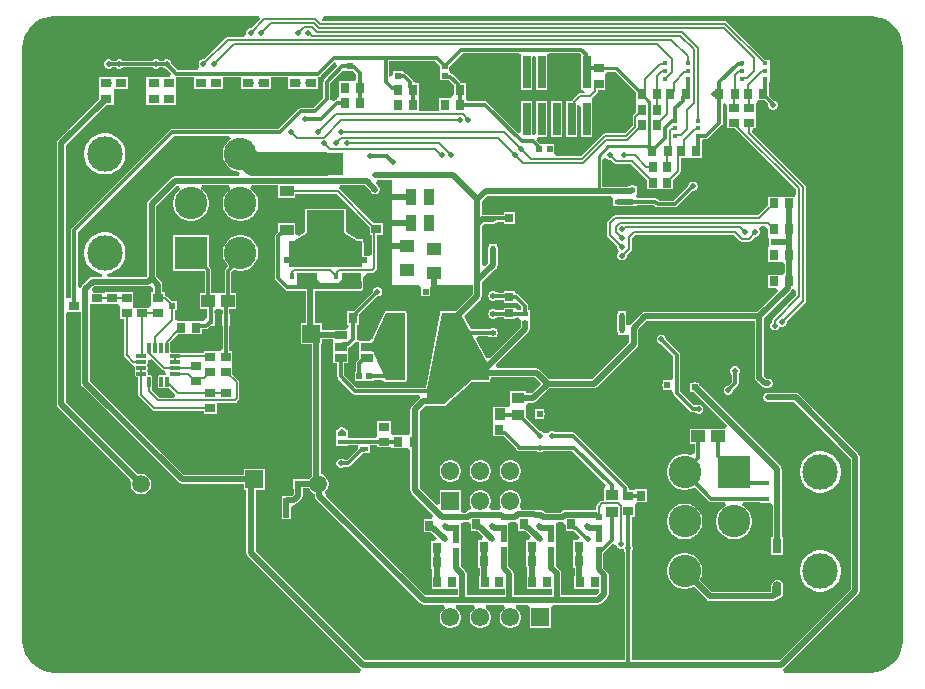
<source format=gbl>
G04*
G04 #@! TF.GenerationSoftware,Altium Limited,Altium Designer,24.4.1 (13)*
G04*
G04 Layer_Physical_Order=2*
G04 Layer_Color=16711680*
%FSLAX44Y44*%
%MOMM*%
G71*
G04*
G04 #@! TF.SameCoordinates,4A672E86-6C9B-4248-A0BA-008E6FD5887C*
G04*
G04*
G04 #@! TF.FilePolarity,Positive*
G04*
G01*
G75*
%ADD14C,0.5000*%
%ADD15C,0.2000*%
%ADD17C,0.2540*%
%ADD24R,0.7500X0.8500*%
%ADD26R,0.8500X0.7000*%
%ADD27R,0.8500X0.7500*%
%ADD28R,0.7000X0.9000*%
%ADD29R,0.5500X0.5500*%
%ADD33R,0.5500X0.5500*%
%ADD35R,0.9500X0.8000*%
%ADD36R,0.5200X0.5200*%
%ADD37R,0.5200X0.5200*%
G04:AMPARAMS|DCode=38|XSize=1.3082mm|YSize=0.7621mm|CornerRadius=0.3811mm|HoleSize=0mm|Usage=FLASHONLY|Rotation=90.000|XOffset=0mm|YOffset=0mm|HoleType=Round|Shape=RoundedRectangle|*
%AMROUNDEDRECTD38*
21,1,1.3082,0.0000,0,0,90.0*
21,1,0.5461,0.7621,0,0,90.0*
1,1,0.7621,0.0000,0.2730*
1,1,0.7621,0.0000,-0.2730*
1,1,0.7621,0.0000,-0.2730*
1,1,0.7621,0.0000,0.2730*
%
%ADD38ROUNDEDRECTD38*%
%ADD39R,0.7621X1.3082*%
%ADD49R,0.7000X0.8500*%
%ADD67C,3.0000*%
%ADD68R,2.7500X2.7500*%
%ADD69C,2.7500*%
%ADD72C,0.3000*%
%ADD73C,1.5080*%
%ADD74R,1.5500X1.5500*%
%ADD75C,1.5500*%
%ADD76R,0.6500X2.7700*%
%ADD77C,0.5000*%
%ADD78C,4.0000*%
%ADD79R,0.4500X0.3500*%
G04:AMPARAMS|DCode=80|XSize=0.84mm|YSize=0.26mm|CornerRadius=0.0325mm|HoleSize=0mm|Usage=FLASHONLY|Rotation=270.000|XOffset=0mm|YOffset=0mm|HoleType=Round|Shape=RoundedRectangle|*
%AMROUNDEDRECTD80*
21,1,0.8400,0.1950,0,0,270.0*
21,1,0.7750,0.2600,0,0,270.0*
1,1,0.0650,-0.0975,-0.3875*
1,1,0.0650,-0.0975,0.3875*
1,1,0.0650,0.0975,0.3875*
1,1,0.0650,0.0975,-0.3875*
%
%ADD80ROUNDEDRECTD80*%
G04:AMPARAMS|DCode=81|XSize=0.84mm|YSize=0.26mm|CornerRadius=0.0325mm|HoleSize=0mm|Usage=FLASHONLY|Rotation=180.000|XOffset=0mm|YOffset=0mm|HoleType=Round|Shape=RoundedRectangle|*
%AMROUNDEDRECTD81*
21,1,0.8400,0.1950,0,0,180.0*
21,1,0.7750,0.2600,0,0,180.0*
1,1,0.0650,-0.3875,0.0975*
1,1,0.0650,0.3875,0.0975*
1,1,0.0650,0.3875,-0.0975*
1,1,0.0650,-0.3875,-0.0975*
%
%ADD81ROUNDEDRECTD81*%
%ADD82R,0.9000X0.7000*%
%ADD83R,0.4000X0.5000*%
%ADD84R,1.5000X1.5500*%
%ADD85R,0.5800X1.7300*%
%ADD86C,1.7397*%
%ADD87R,0.8000X0.4000*%
%ADD88R,0.9000X1.0500*%
%ADD89R,1.0500X0.9000*%
%ADD90R,1.6000X5.7000*%
%ADD91R,1.0000X0.7000*%
%AMCUSTOMSHAPE92*
4,1,28,1.2250,-1.1400,1.2250,-0.7250,1.6050,-0.7250,1.6050,-0.2950,1.2250,-0.2950,1.2250,0.8400,1.1750,0.8400,1.1750,1.1400,0.7750,1.1400,0.7750,0.8400,0.5250,0.8400,0.5250,1.1400,0.1250,1.1400,0.1250,0.8400,-0.1250,0.8400,-0.1250,1.1400,-0.5250,1.1400,-0.5250,0.8400,-0.7750,0.8400,-0.7750,1.1400,-1.1750,1.1400,-1.1750,0.8400,-1.2250,0.8400,-1.2250,-0.2950,-1.6050,-0.2950,-1.6050,-0.7250,-1.2250,-0.7250,-1.2250,-1.1400,1.2250,-1.1400,0.0*%
%ADD92CUSTOMSHAPE92*%

%ADD93R,0.3500X0.5000*%
%ADD94R,1.2200X0.9100*%
%ADD95R,3.1500X1.9600*%
%ADD96R,0.7000X0.4200*%
%ADD97R,1.1500X1.0500*%
%ADD98R,0.4200X0.7000*%
%ADD99R,0.9500X1.3500*%
%ADD100R,1.2500X1.0000*%
%ADD101R,0.5000X0.4000*%
%ADD102R,0.6725X0.7154*%
%ADD103R,1.4562X1.2546*%
%ADD104C,2.0000*%
G36*
X202445Y547961D02*
X203688Y544961D01*
X196227Y537500D01*
X194704D01*
X193234Y536891D01*
X192109Y535766D01*
X191500Y534296D01*
Y532704D01*
X189247Y530304D01*
X176240D01*
X175354Y530128D01*
X174603Y529626D01*
X156227Y511250D01*
X154704D01*
X153234Y510641D01*
X152109Y509516D01*
X151500Y508046D01*
Y506454D01*
X152109Y504984D01*
X150776Y502074D01*
X133670D01*
X128500Y507244D01*
Y508046D01*
X127891Y509516D01*
X126766Y510641D01*
X125296Y511250D01*
X123704D01*
X122234Y510641D01*
X121667Y510074D01*
X118333D01*
X117766Y510641D01*
X116296Y511250D01*
X114704D01*
X113234Y510641D01*
X112667Y510074D01*
X87333D01*
X86766Y510641D01*
X85296Y511250D01*
X83704D01*
X82234Y510641D01*
X81667Y510074D01*
X78333D01*
X77766Y510641D01*
X76296Y511250D01*
X74704D01*
X73234Y510641D01*
X72109Y509516D01*
X71500Y508046D01*
Y506454D01*
X72109Y504984D01*
X73234Y503859D01*
X74704Y503250D01*
X76296D01*
X77766Y503859D01*
X78333Y504426D01*
X81667D01*
X82234Y503859D01*
X83704Y503250D01*
X85296D01*
X86766Y503859D01*
X87333Y504426D01*
X112668D01*
X113234Y503859D01*
X114704Y503250D01*
X116296D01*
X117766Y503859D01*
X118333Y504426D01*
X121667D01*
X122234Y503859D01*
X123704Y503250D01*
X124506D01*
X128236Y499520D01*
X126993Y496520D01*
X120625Y496520D01*
X117625Y496520D01*
X107375D01*
Y486020D01*
X107374Y485980D01*
Y483020D01*
X107375Y482980D01*
Y472480D01*
X117625D01*
X119415Y472480D01*
X122415Y472480D01*
X132665D01*
Y482980D01*
X132665Y483020D01*
Y485980D01*
X132665Y486020D01*
Y493821D01*
X132665Y496426D01*
X134987Y496426D01*
X147393D01*
Y485980D01*
X157480D01*
X160480Y485980D01*
Y485980D01*
X172520D01*
Y496426D01*
X187480D01*
Y485980D01*
X199520D01*
Y485980D01*
X200480Y485980D01*
Y485980D01*
X212520D01*
Y496426D01*
X227480D01*
Y485980D01*
X239520D01*
Y485980D01*
X240480Y485980D01*
Y485980D01*
X252520D01*
Y493504D01*
X253000Y496426D01*
X254081Y496641D01*
X254997Y497253D01*
X266476Y508731D01*
X268019Y508506D01*
X269075Y505319D01*
X258003Y494247D01*
X257391Y493331D01*
X257176Y492250D01*
X257176Y492250D01*
Y478670D01*
X248830Y470324D01*
X238250D01*
X237169Y470109D01*
X236253Y469497D01*
X236253Y469497D01*
X219080Y452324D01*
X129250D01*
X129250Y452324D01*
X128169Y452109D01*
X127253Y451497D01*
X44253Y368497D01*
X43641Y367581D01*
X43426Y366500D01*
X43426Y366500D01*
Y309391D01*
X42979Y308944D01*
X39237Y309445D01*
X39094Y309696D01*
Y438658D01*
X72916Y472480D01*
X79520D01*
Y482980D01*
X79520Y483020D01*
Y485980D01*
X82520Y485980D01*
X91520D01*
Y496020D01*
X82313D01*
X79520Y496520D01*
X77687Y496520D01*
X67480D01*
Y486020D01*
X67480Y485980D01*
Y483020D01*
X67480Y482980D01*
Y477916D01*
X32532Y442968D01*
X31699Y441721D01*
X31406Y440250D01*
X31406Y440250D01*
Y219250D01*
X31406Y219250D01*
X31699Y217779D01*
X32532Y216532D01*
X94408Y154656D01*
X93940Y152910D01*
Y150590D01*
X94540Y148350D01*
X95700Y146341D01*
X97340Y144700D01*
X99349Y143540D01*
X101590Y142940D01*
X103910D01*
X106151Y143540D01*
X108159Y144700D01*
X109800Y146341D01*
X110960Y148350D01*
X111560Y150590D01*
Y152910D01*
X110960Y155150D01*
X109800Y157160D01*
X108159Y158800D01*
X106151Y159960D01*
X103910Y160560D01*
X101590D01*
X99844Y160092D01*
X39094Y220842D01*
Y295304D01*
X40480Y297730D01*
X42094Y297730D01*
X51906D01*
Y237250D01*
X51906Y237250D01*
X52199Y235779D01*
X53032Y234532D01*
X134532Y153032D01*
X134532Y153032D01*
X135779Y152199D01*
X137250Y151906D01*
X189980D01*
Y146730D01*
X192084D01*
Y141683D01*
X191758D01*
Y121843D01*
X192084D01*
Y93322D01*
X192084Y93322D01*
X192377Y91851D01*
X193210Y90604D01*
X288032Y-4218D01*
X288032Y-4218D01*
X289144Y-4961D01*
X289185Y-5185D01*
X288192Y-7961D01*
X30000Y-7961D01*
X28167D01*
X24533Y-7483D01*
X20993Y-6534D01*
X17607Y-5131D01*
X14432Y-3299D01*
X11524Y-1067D01*
X8933Y1524D01*
X6701Y4433D01*
X4869Y7607D01*
X3466Y10993D01*
X2517Y14533D01*
X2039Y18167D01*
X2039Y20000D01*
X2039Y520000D01*
X2039Y521833D01*
X2517Y525467D01*
X3466Y529007D01*
X4869Y532393D01*
X6701Y535568D01*
X8933Y538475D01*
X11524Y541067D01*
X14432Y543299D01*
X17607Y545131D01*
X20993Y546534D01*
X24533Y547482D01*
X28167Y547961D01*
X30000Y547961D01*
X202445D01*
D02*
G37*
G36*
X475680Y515326D02*
Y485680D01*
X477181D01*
X478785Y482680D01*
X478708Y482565D01*
X474500D01*
X473614Y482388D01*
X472863Y481887D01*
X468113Y477137D01*
X467612Y476386D01*
X467459Y475620D01*
X462980D01*
Y445380D01*
X472020D01*
Y462526D01*
X472065Y462750D01*
Y472165D01*
X472680Y472576D01*
X475680Y470972D01*
Y445380D01*
X484720D01*
Y475501D01*
X484720Y475620D01*
X484393Y478553D01*
X484393Y478620D01*
X488887Y483113D01*
X489388Y483864D01*
X489565Y484750D01*
Y485480D01*
X496020D01*
Y495480D01*
X496020Y495520D01*
Y498480D01*
X497493Y500910D01*
X504177D01*
X521730Y483358D01*
Y477063D01*
X521730Y476480D01*
X521730Y476480D01*
X522230Y474270D01*
X522230D01*
Y466503D01*
X519593Y463867D01*
X519092Y463116D01*
X518915Y462230D01*
Y455313D01*
X512167Y448564D01*
X495750D01*
X494864Y448388D01*
X494113Y447887D01*
X475541Y429314D01*
X454785D01*
X452770Y431480D01*
X452770Y432314D01*
Y439520D01*
X444730Y439520D01*
X440474Y439520D01*
X437614Y442380D01*
X438857Y445380D01*
X440131Y445380D01*
X446620D01*
Y475620D01*
X437580D01*
Y448984D01*
X436190Y447433D01*
X434580Y446882D01*
X433933Y447348D01*
X433920Y447466D01*
Y475620D01*
X424880D01*
Y449921D01*
X422108Y448773D01*
X395885Y474997D01*
X394968Y475609D01*
X393887Y475824D01*
X393887Y475824D01*
X378755D01*
X378020Y478520D01*
X378020Y479980D01*
X378020D01*
Y491020D01*
X373421D01*
X373359Y491331D01*
X372747Y492247D01*
X372747Y492247D01*
X366529Y498465D01*
X365613Y499077D01*
X365165Y499166D01*
X364095Y501203D01*
X363870Y502184D01*
Y504390D01*
X364000Y504704D01*
Y505506D01*
X375090Y516596D01*
X422160D01*
X424880Y515920D01*
X424880Y513596D01*
Y485680D01*
X433920D01*
Y513215D01*
X435750Y514285D01*
X437580Y513215D01*
Y485680D01*
X446620D01*
Y513596D01*
X446620Y515920D01*
X449340Y516596D01*
X474410D01*
X475680Y515326D01*
D02*
G37*
G36*
X356000Y505506D02*
Y504704D01*
X356045Y504595D01*
X356130Y501630D01*
Y501370D01*
X356130Y501370D01*
Y493630D01*
X363376D01*
X367926Y489080D01*
Y487750D01*
X367926Y487750D01*
X367980Y487477D01*
Y481520D01*
X365585Y478520D01*
X365020D01*
X364980Y478520D01*
X354980D01*
X354980Y467480D01*
X352048Y467314D01*
X340951D01*
X338020Y467480D01*
X338020Y470314D01*
Y478520D01*
X338020D01*
X338020Y479980D01*
X338020D01*
Y491020D01*
X336534D01*
X333642Y491682D01*
X333427Y492763D01*
X332815Y493679D01*
X327279Y499215D01*
X326363Y499827D01*
X326241Y499852D01*
X323870Y501370D01*
X323870Y501370D01*
X323870Y501370D01*
X316130D01*
Y498303D01*
X313130Y496676D01*
X313074Y496712D01*
Y509676D01*
X351830D01*
X356000Y505506D01*
D02*
G37*
G36*
X279095Y501545D02*
X279204Y501500D01*
X280796D01*
X281018Y501592D01*
X281100Y501576D01*
X282180D01*
X285176Y498580D01*
Y494730D01*
X283230Y492520D01*
X280270D01*
X280230Y492520D01*
X270730D01*
Y482813D01*
X270230Y480020D01*
X268750Y477324D01*
X267669Y477109D01*
X266753Y476497D01*
X266753Y476497D01*
X265901Y475645D01*
X262786Y476462D01*
X262653Y476640D01*
X262824Y477500D01*
Y491080D01*
X273202Y501457D01*
X276130Y501630D01*
X279095Y501545D01*
D02*
G37*
G36*
X720000Y547961D02*
X721833Y547961D01*
X725467Y547482D01*
X729007Y546534D01*
X732393Y545131D01*
X735568Y543298D01*
X738475Y541067D01*
X741067Y538475D01*
X743298Y535568D01*
X745131Y532393D01*
X746534Y529007D01*
X747483Y525467D01*
X747961Y521833D01*
X747961Y520000D01*
X747961Y20000D01*
Y18167D01*
X747483Y14533D01*
X746534Y10993D01*
X745131Y7606D01*
X743298Y4432D01*
X741067Y1525D01*
X738475Y-1067D01*
X735567Y-3299D01*
X732393Y-5131D01*
X729007Y-6534D01*
X725467Y-7483D01*
X721833Y-7961D01*
X720000Y-7961D01*
X647559D01*
X646565Y-5185D01*
X646606Y-4961D01*
X647718Y-4218D01*
X710218Y58282D01*
X710218Y58282D01*
X711051Y59529D01*
X711344Y61000D01*
Y174750D01*
X711344Y174750D01*
X711051Y176221D01*
X710218Y177468D01*
X710218Y177468D01*
X659968Y227718D01*
X658721Y228551D01*
X657250Y228844D01*
X657250Y228844D01*
X634923D01*
X634546Y229000D01*
X632954D01*
X631484Y228391D01*
X630359Y227266D01*
X629750Y225796D01*
Y224204D01*
X630359Y222734D01*
X631484Y221609D01*
X632954Y221000D01*
X634546D01*
X634923Y221156D01*
X655658D01*
X703656Y173158D01*
Y62592D01*
X643408Y2344D01*
X518324D01*
Y94417D01*
X518891Y94984D01*
X519500Y96454D01*
Y98046D01*
X518891Y99516D01*
X518324Y100083D01*
Y123730D01*
X521020D01*
Y133317D01*
X521058Y133841D01*
X522324Y136230D01*
X531270D01*
Y147270D01*
X521230D01*
X521020Y146770D01*
X515574D01*
Y148074D01*
X515359Y149155D01*
X514747Y150071D01*
X470322Y194497D01*
X469405Y195109D01*
X468324Y195324D01*
X468324Y195324D01*
X453583D01*
X453016Y195891D01*
X451546Y196500D01*
X449954D01*
X448484Y195891D01*
X447359Y194766D01*
X447249Y194499D01*
X444001D01*
X443891Y194766D01*
X442766Y195891D01*
X441296Y196500D01*
X440244D01*
X428520Y208224D01*
Y215730D01*
X428520Y215770D01*
Y218730D01*
X430738Y220656D01*
X435000D01*
X435000Y220656D01*
X436471Y220949D01*
X437718Y221782D01*
X448592Y232656D01*
X485956D01*
X485956Y232656D01*
X487427Y232949D01*
X488674Y233782D01*
X522468Y267576D01*
X522468Y267576D01*
X523301Y268823D01*
X523594Y270294D01*
X523594Y270294D01*
Y280597D01*
X523750Y280974D01*
Y282565D01*
X523745Y282578D01*
X531072Y289906D01*
X622406D01*
Y241750D01*
X622406Y241750D01*
X622699Y240279D01*
X623532Y239032D01*
X628282Y234282D01*
X628282Y234282D01*
X629529Y233449D01*
X631000Y233156D01*
X631000Y233156D01*
X632577D01*
X632954Y233000D01*
X634546D01*
X636016Y233609D01*
X637141Y234734D01*
X637750Y236204D01*
Y237796D01*
X637141Y239266D01*
X636016Y240391D01*
X634546Y241000D01*
X632954D01*
X632588Y240848D01*
X630094Y243342D01*
Y292158D01*
X653218Y315282D01*
X653218Y315282D01*
X654051Y316529D01*
X654065Y316598D01*
X655222Y316674D01*
X657665Y313959D01*
Y311439D01*
X637613Y291387D01*
X637112Y290636D01*
X636936Y289750D01*
Y289092D01*
X635859Y288016D01*
X635250Y286546D01*
Y284954D01*
X635859Y283484D01*
X636984Y282359D01*
X638454Y281750D01*
X640046D01*
X641516Y282359D01*
X642641Y283484D01*
X643250Y284954D01*
X644954Y285000D01*
X646546D01*
X648016Y285609D01*
X649141Y286734D01*
X649750Y288204D01*
Y289727D01*
X664887Y304863D01*
X665388Y305614D01*
X665564Y306500D01*
Y403500D01*
X665388Y404386D01*
X664887Y405137D01*
X620293Y449730D01*
X620617Y452730D01*
X623270D01*
Y462230D01*
X623270Y462270D01*
Y465230D01*
X623270Y465270D01*
Y474085D01*
X624036Y475342D01*
X625562Y476480D01*
X630776D01*
X633812Y473444D01*
X633750Y473296D01*
Y471704D01*
X634359Y470234D01*
X635484Y469109D01*
X636954Y468500D01*
X638546D01*
X640016Y469109D01*
X641141Y470234D01*
X641750Y471704D01*
Y473296D01*
X641141Y474766D01*
X640016Y475891D01*
X638885Y476360D01*
X634770Y480474D01*
Y487520D01*
X634324D01*
Y491730D01*
X635020D01*
Y497770D01*
X635020D01*
Y498230D01*
X635020D01*
X635020Y504270D01*
X635020Y507270D01*
Y510770D01*
X631253D01*
X598887Y543137D01*
X598136Y543638D01*
X597250Y543815D01*
X256835D01*
X255985Y544961D01*
X257496Y547961D01*
X720000Y547961D01*
D02*
G37*
G36*
X598980Y472340D02*
Y465270D01*
X598980Y465230D01*
Y462270D01*
X598980Y462230D01*
Y452730D01*
X606035D01*
X606113Y452613D01*
X657665Y401061D01*
Y397630D01*
X656770Y395001D01*
X654666Y395001D01*
X646770D01*
X646730Y395001D01*
X643770D01*
X643730Y395001D01*
X633730D01*
Y387734D01*
X625061Y379064D01*
X504000D01*
X503114Y378888D01*
X502363Y378387D01*
X498113Y374137D01*
X497612Y373386D01*
X497435Y372500D01*
Y362750D01*
X497612Y361864D01*
X498113Y361113D01*
X506000Y353227D01*
Y351704D01*
X506609Y350234D01*
X507515Y348750D01*
X506609Y347266D01*
X506000Y345796D01*
Y344204D01*
X506609Y342734D01*
X507734Y341609D01*
X509204Y341000D01*
X510796D01*
X512266Y341609D01*
X513391Y342734D01*
X514000Y344204D01*
Y345727D01*
X517637Y349363D01*
X518138Y350114D01*
X518315Y351000D01*
Y360291D01*
X520959Y362935D01*
X604791D01*
X610113Y357613D01*
X610864Y357112D01*
X611750Y356936D01*
X617250D01*
X618136Y357112D01*
X618887Y357613D01*
X622273Y361000D01*
X623796D01*
X625266Y361609D01*
X626391Y362734D01*
X627000Y364204D01*
Y365796D01*
X626391Y367266D01*
X626221Y367435D01*
X627464Y370435D01*
X631230D01*
X633730Y367936D01*
X633730Y361961D01*
X634880Y359437D01*
X634880Y357590D01*
X634750Y357276D01*
Y355685D01*
X634880Y355371D01*
X634880Y353525D01*
X633730Y351001D01*
X633730Y350087D01*
Y339961D01*
X643730D01*
X643770Y339961D01*
X646730D01*
X647906Y337431D01*
Y331530D01*
X646730Y329001D01*
X643770D01*
X643730Y329001D01*
X633730D01*
Y317961D01*
X640782D01*
X642025Y314961D01*
X624658Y297594D01*
X529480D01*
X529480Y297594D01*
X528009Y297301D01*
X526762Y296468D01*
X526762Y296468D01*
X517032Y286738D01*
X516594Y286082D01*
X513594Y286602D01*
Y294344D01*
X513301Y295815D01*
X513020Y296236D01*
Y298114D01*
X510121D01*
X509750Y298188D01*
X509379Y298114D01*
X506480D01*
Y296236D01*
X506199Y295815D01*
X505906Y294344D01*
Y282942D01*
X505750Y282565D01*
Y280974D01*
X506359Y279504D01*
X506480Y279383D01*
Y278000D01*
X508399D01*
X508954Y277770D01*
X510546D01*
X511101Y278000D01*
X512906D01*
X513020Y278000D01*
X515906Y277725D01*
Y271886D01*
X484364Y240344D01*
X448592D01*
X440460Y248476D01*
X439213Y249309D01*
X437742Y249602D01*
X437742Y249602D01*
X404207D01*
X403059Y252373D01*
X430738Y280052D01*
X430738Y280052D01*
X431571Y281299D01*
X431864Y282770D01*
Y287750D01*
X431790Y288121D01*
X431790Y291750D01*
X431790Y294020D01*
Y299020D01*
X430844D01*
Y302480D01*
X430629Y303561D01*
X430017Y304477D01*
X430017Y304477D01*
X422642Y311852D01*
X421726Y312464D01*
X420645Y312679D01*
X419172Y315029D01*
Y315061D01*
X409908D01*
Y313449D01*
X404672D01*
Y314305D01*
X403289D01*
X403168Y314426D01*
X401698Y315035D01*
X400107D01*
X398637Y314426D01*
X398516Y314305D01*
X397132D01*
Y312386D01*
X396902Y311831D01*
Y310240D01*
X397132Y309685D01*
Y307766D01*
X398516D01*
X398637Y307644D01*
X400107Y307036D01*
X401698D01*
X403168Y307644D01*
X403289Y307766D01*
X404672D01*
Y307801D01*
X409908D01*
Y305368D01*
X419172D01*
Y305368D01*
X421870Y304636D01*
X424486Y302020D01*
X424250Y299020D01*
X422152Y298688D01*
X419152Y300426D01*
Y301132D01*
X409888D01*
Y298842D01*
X404540D01*
Y299020D01*
X403157D01*
X403036Y299141D01*
X401566Y299750D01*
X399974D01*
X398504Y299141D01*
X398383Y299020D01*
X397000D01*
Y297101D01*
X396770Y296546D01*
Y294954D01*
X397000Y294399D01*
Y292480D01*
X398383D01*
X398504Y292359D01*
X399974Y291750D01*
X401566D01*
X403036Y292359D01*
X403157Y292480D01*
X404540D01*
Y293193D01*
X409888D01*
Y291439D01*
X419152D01*
Y292496D01*
X421992Y292810D01*
X424250Y290819D01*
X424250Y288121D01*
X424176Y287750D01*
Y284362D01*
X398163Y258349D01*
X395195Y258783D01*
X386783Y274349D01*
X388319Y276926D01*
X396980D01*
Y276480D01*
X398363D01*
X398484Y276359D01*
X399954Y275750D01*
X401546D01*
X403016Y276359D01*
X403137Y276480D01*
X404520D01*
Y278399D01*
X404750Y278954D01*
Y280546D01*
X404520Y281101D01*
Y283020D01*
X403137D01*
X403016Y283141D01*
X401546Y283750D01*
X399954D01*
X398484Y283141D01*
X398363Y283020D01*
X396980D01*
Y282574D01*
X382338D01*
X376171Y293985D01*
X390218Y308032D01*
X391051Y309279D01*
X391344Y310750D01*
X391344Y310750D01*
Y322408D01*
X402416Y333480D01*
X404020D01*
Y335328D01*
X404321Y335779D01*
X404614Y337250D01*
Y349577D01*
X404770Y349954D01*
Y351545D01*
X404161Y353016D01*
X404040Y353137D01*
Y354520D01*
X402121D01*
X401566Y354750D01*
X399974D01*
X399419Y354520D01*
X397500D01*
Y353137D01*
X397379Y353016D01*
X396770Y351545D01*
Y349954D01*
X396926Y349577D01*
Y338862D01*
X394115Y336051D01*
X391344Y337199D01*
Y370408D01*
X392842Y371906D01*
X399597D01*
X399974Y371750D01*
X401566D01*
X403036Y372359D01*
X403657Y372980D01*
X404540D01*
Y373821D01*
X409775D01*
Y372194D01*
X419040D01*
Y381888D01*
X409775D01*
Y379470D01*
X404540D01*
Y379520D01*
X402121D01*
X401566Y379750D01*
X399974D01*
X399597Y379594D01*
X391344D01*
Y391158D01*
X396072Y395886D01*
X398577D01*
X398954Y395730D01*
X400546D01*
X400923Y395886D01*
X500348D01*
X502572Y394014D01*
X502572Y392886D01*
Y391116D01*
X502499Y390744D01*
X502572Y390373D01*
Y387474D01*
X504450D01*
X504871Y387193D01*
X506342Y386900D01*
X517571D01*
X517934Y386750D01*
X519526D01*
X520996Y387359D01*
X521117Y387480D01*
X522500D01*
Y387926D01*
X537111D01*
X538284Y386753D01*
X539200Y386141D01*
X540281Y385926D01*
X540281Y385926D01*
X555000D01*
X555000Y385926D01*
X556081Y386141D01*
X556997Y386753D01*
X569994Y399750D01*
X570796D01*
X572266Y400359D01*
X573391Y401484D01*
X574000Y402954D01*
Y404546D01*
X573391Y406016D01*
X572266Y407141D01*
X570796Y407750D01*
X569204D01*
X567734Y407141D01*
X566609Y406016D01*
X566000Y404546D01*
Y403744D01*
X553830Y391574D01*
X541451D01*
X540278Y392747D01*
X539362Y393359D01*
X538281Y393574D01*
X538281Y393574D01*
X525315D01*
X523132Y393920D01*
X521863Y396310D01*
X522500Y397480D01*
X522500D01*
X522730Y399954D01*
Y401545D01*
X522500Y402101D01*
Y404020D01*
X521117D01*
X520996Y404141D01*
X519526Y404750D01*
X517934D01*
X516464Y404141D01*
X516343Y404020D01*
X514960D01*
Y403574D01*
X492840D01*
Y425760D01*
X495840Y428112D01*
X496359Y427984D01*
X497484Y426859D01*
X498954Y426250D01*
X500477D01*
X503113Y423613D01*
X503864Y423112D01*
X504750Y422935D01*
X517420D01*
X531230Y409126D01*
Y401359D01*
X540770D01*
Y401359D01*
X543730D01*
Y401359D01*
X553270D01*
Y409126D01*
X558886Y414742D01*
X559388Y415493D01*
X559564Y416379D01*
Y427976D01*
X564887D01*
X564926Y427976D01*
Y427976D01*
X567887D01*
Y427976D01*
X577926D01*
Y439016D01*
X577481D01*
Y443226D01*
X578176D01*
Y443389D01*
X580996Y443422D01*
X582077Y443637D01*
X582993Y444249D01*
X594497Y455753D01*
X595109Y456669D01*
X595324Y457750D01*
X595324Y457750D01*
Y473755D01*
X595996Y474124D01*
X598980Y472340D01*
D02*
G37*
G36*
X315000Y320000D02*
X337508D01*
X339880Y318485D01*
X339880Y315725D01*
X339750Y315411D01*
Y313819D01*
X339880Y313505D01*
Y310745D01*
X342640D01*
X342954Y310615D01*
X344546D01*
X344860Y310745D01*
X347620D01*
Y313505D01*
X347750Y313819D01*
Y315411D01*
X347620Y315725D01*
X347620Y318485D01*
X349992Y320000D01*
X383656D01*
Y312342D01*
X369189Y297875D01*
X357250D01*
X356997Y297770D01*
X355980D01*
Y296879D01*
X355899Y296756D01*
X343821Y233097D01*
X285397D01*
X274579Y243915D01*
Y253730D01*
X278025D01*
Y267181D01*
X279081Y267391D01*
X279997Y268003D01*
X283965Y271971D01*
X284150Y272156D01*
X284616Y272473D01*
X285729Y272192D01*
X287252Y271550D01*
X287370Y271248D01*
X287370Y270069D01*
X287370Y270069D01*
X287370Y270035D01*
Y264500D01*
X287475Y264247D01*
Y257724D01*
X285753Y256002D01*
X285141Y255086D01*
X284926Y254005D01*
X284926Y254005D01*
Y246620D01*
X283880D01*
Y238880D01*
X291620D01*
Y238880D01*
X291880D01*
Y238880D01*
X299620D01*
Y239926D01*
X306375D01*
X308980Y238230D01*
X310250Y238125D01*
X311937Y238125D01*
X326250D01*
X326503Y238230D01*
X327520D01*
Y239247D01*
X327625Y239500D01*
Y296500D01*
X327520Y296753D01*
Y297770D01*
X326503D01*
X326250Y297875D01*
X311937D01*
X310250Y297875D01*
X308980Y297770D01*
X308980Y297029D01*
X298766Y274834D01*
X298755Y274536D01*
X298640Y274260D01*
X296040Y272875D01*
X289908D01*
X288745Y272875D01*
X288444Y272780D01*
X288398Y272770D01*
X288009Y272770D01*
X286361Y273832D01*
X285354Y274792D01*
X285324Y274967D01*
X285324Y275388D01*
Y286730D01*
X287520D01*
Y294227D01*
X287574Y294500D01*
Y295195D01*
X302994Y310615D01*
X303796D01*
X305266Y311224D01*
X306391Y312349D01*
X307000Y313819D01*
Y315411D01*
X306391Y316881D01*
X305266Y318006D01*
X303796Y318615D01*
X302204D01*
X300734Y318006D01*
X299609Y316881D01*
X299000Y315411D01*
Y314609D01*
X282753Y298362D01*
X282357Y297770D01*
X277480D01*
Y286730D01*
X277876D01*
X278540Y285057D01*
X276620Y282270D01*
X265485D01*
Y282094D01*
X255770D01*
Y288020D01*
X249862D01*
Y315125D01*
X288581D01*
X288582Y315126D01*
X288583Y315125D01*
X288583Y315126D01*
X289026Y315310D01*
X289064Y315325D01*
X289064Y315325D01*
X289553Y315528D01*
X289554Y315529D01*
X289554Y315529D01*
X289554Y315530D01*
X290451Y316429D01*
X290451Y316429D01*
X290451Y316429D01*
X290452Y316430D01*
X290655Y316923D01*
X290655Y316923D01*
X290669Y316957D01*
X290852Y317401D01*
X290852Y317401D01*
X290852Y317402D01*
X290852Y317403D01*
X290823Y327186D01*
X293739Y330186D01*
X298500D01*
X299386Y330362D01*
X300137Y330863D01*
X301887Y332613D01*
X302388Y333364D01*
X302565Y334250D01*
Y362230D01*
X307520D01*
Y372270D01*
X300253D01*
X271287Y401237D01*
X270659Y401656D01*
X270615Y401881D01*
X271441Y404656D01*
X292158D01*
X297703Y399111D01*
X297859Y398734D01*
X298984Y397609D01*
X300454Y397000D01*
X302046D01*
X303516Y397609D01*
X304641Y398734D01*
X305250Y400204D01*
Y401796D01*
X304641Y403266D01*
X303516Y404391D01*
X303139Y404547D01*
X301686Y406000D01*
X301860Y407448D01*
X302173Y408398D01*
X302773Y409156D01*
X315000D01*
Y320000D01*
D02*
G37*
G36*
X218630Y393780D02*
X233370D01*
Y397285D01*
X268691D01*
X296480Y369497D01*
Y362230D01*
X297936D01*
Y345274D01*
X294962Y344613D01*
X293990Y345015D01*
X291565D01*
Y354991D01*
X291493Y355163D01*
X291518Y355348D01*
X291299Y355632D01*
X291162Y355963D01*
X291065Y356003D01*
Y357991D01*
X290662Y358963D01*
X289690Y359366D01*
X285690D01*
X285491Y359283D01*
X276065Y364711D01*
Y383516D01*
X275960Y383769D01*
Y384786D01*
X274943D01*
X274690Y384891D01*
X243190D01*
X242938Y384786D01*
X241920D01*
Y383769D01*
X241816Y383516D01*
Y364711D01*
X236370Y361575D01*
X233370Y363309D01*
Y372720D01*
X218630D01*
Y365074D01*
X217003Y363447D01*
X216391Y362531D01*
X216176Y361450D01*
X216176Y361450D01*
Y326000D01*
X216176Y326000D01*
X216391Y324919D01*
X217003Y324003D01*
X224753Y316253D01*
X225669Y315641D01*
X226750Y315426D01*
X226750Y315426D01*
X234215D01*
X234940Y315125D01*
X242175D01*
Y288020D01*
X238230D01*
Y269980D01*
X247406D01*
Y158838D01*
X247341Y158800D01*
X245700Y157160D01*
X244796Y155594D01*
X239620D01*
Y155620D01*
X231880D01*
Y147880D01*
X231906D01*
Y143242D01*
X230421Y141757D01*
X226328D01*
X226328Y141757D01*
X225957Y141683D01*
X221758D01*
Y121843D01*
X230098D01*
Y132016D01*
X232013Y134069D01*
X233484Y134362D01*
X234731Y135195D01*
X238468Y138932D01*
X239301Y140179D01*
X239594Y141650D01*
X239594Y141650D01*
Y147880D01*
X239620D01*
Y147906D01*
X244796D01*
X245700Y146341D01*
X247341Y144700D01*
X249349Y143540D01*
X250041Y143355D01*
Y141615D01*
X250041Y141615D01*
X250334Y140144D01*
X251167Y138897D01*
X339282Y50782D01*
X339282Y50782D01*
X340529Y49949D01*
X342000Y49656D01*
X359550D01*
X360354Y46656D01*
X359162Y45968D01*
X357482Y44288D01*
X356295Y42232D01*
X355680Y39938D01*
Y37562D01*
X356295Y35268D01*
X357482Y33212D01*
X359162Y31532D01*
X361218Y30345D01*
X363512Y29730D01*
X365887D01*
X368182Y30345D01*
X370238Y31532D01*
X371918Y33212D01*
X373105Y35268D01*
X373720Y37562D01*
Y39938D01*
X373105Y42232D01*
X371918Y44288D01*
X370238Y45968D01*
X369046Y46656D01*
X369850Y49656D01*
X384950D01*
X385754Y46656D01*
X384562Y45968D01*
X382882Y44288D01*
X381695Y42232D01*
X381080Y39938D01*
Y37562D01*
X381695Y35268D01*
X382882Y33212D01*
X384562Y31532D01*
X386618Y30345D01*
X388913Y29730D01*
X391287D01*
X393582Y30345D01*
X395638Y31532D01*
X397318Y33212D01*
X398505Y35268D01*
X399120Y37562D01*
Y39938D01*
X398505Y42232D01*
X397318Y44288D01*
X395638Y45968D01*
X394446Y46656D01*
X395250Y49656D01*
X410350D01*
X411154Y46656D01*
X409962Y45968D01*
X408282Y44288D01*
X407095Y42232D01*
X406480Y39938D01*
Y37562D01*
X407095Y35268D01*
X408282Y33212D01*
X409962Y31532D01*
X412018Y30345D01*
X414313Y29730D01*
X416688D01*
X418982Y30345D01*
X421038Y31532D01*
X422718Y33212D01*
X423905Y35268D01*
X424520Y37562D01*
Y39938D01*
X423905Y42232D01*
X422718Y44288D01*
X421038Y45968D01*
X419846Y46656D01*
X420650Y49656D01*
X429661D01*
X431880Y47770D01*
X431880Y46656D01*
Y29730D01*
X449920D01*
Y46656D01*
X449920Y47770D01*
X452139Y49656D01*
X490000D01*
X490000Y49656D01*
X491471Y49949D01*
X492718Y50782D01*
X497468Y55532D01*
X497468Y55532D01*
X498301Y56779D01*
X498594Y58250D01*
Y74875D01*
X498301Y76346D01*
X497468Y77593D01*
X497468Y77593D01*
X494094Y80967D01*
Y91980D01*
X494270D01*
Y93517D01*
X494997Y94003D01*
X501770Y100776D01*
X504770Y99724D01*
X505379Y98254D01*
X506504Y97129D01*
X507974Y96520D01*
X509566D01*
X511371Y96459D01*
X512109Y94984D01*
X512676Y94417D01*
Y2344D01*
X292342D01*
X199772Y94914D01*
Y121843D01*
X200098D01*
Y141683D01*
X199772D01*
Y146730D01*
X207520D01*
Y164770D01*
X189980D01*
Y159594D01*
X138842D01*
X59594Y238842D01*
Y304230D01*
X71020D01*
Y304230D01*
X72480Y303980D01*
X72480Y303980D01*
X73916Y303980D01*
X83520D01*
X85075Y302518D01*
X85130Y301074D01*
Y291080D01*
X88336D01*
Y260600D01*
X88512Y259714D01*
X89014Y258964D01*
X94413Y253563D01*
X95164Y253062D01*
X97299Y251175D01*
Y249225D01*
X97423Y248603D01*
Y246797D01*
X97299Y246175D01*
Y244225D01*
X97423Y243603D01*
X97775Y243075D01*
X98303Y242723D01*
X98925Y242599D01*
X100485D01*
Y227450D01*
X100662Y226564D01*
X101163Y225813D01*
X112513Y214463D01*
X113264Y213962D01*
X114150Y213785D01*
X155880D01*
Y211080D01*
X166920D01*
Y220285D01*
X182150D01*
X183036Y220462D01*
X183787Y220963D01*
X185287Y222463D01*
X185788Y223214D01*
X185965Y224100D01*
Y237700D01*
X185788Y238586D01*
X185287Y239337D01*
X180170Y244453D01*
Y251180D01*
X180170Y251220D01*
Y254180D01*
X180170Y254220D01*
Y264220D01*
X177474D01*
Y285830D01*
X178020D01*
Y295370D01*
X177474D01*
Y300080D01*
X183420D01*
Y313120D01*
X179224D01*
Y330871D01*
X181588Y333234D01*
X182619Y332807D01*
X185521Y332230D01*
X188479D01*
X191381Y332807D01*
X194115Y333940D01*
X196575Y335583D01*
X198667Y337675D01*
X200310Y340135D01*
X201443Y342869D01*
X202020Y345771D01*
Y348729D01*
X201443Y351631D01*
X200310Y354365D01*
X198667Y356825D01*
X196575Y358917D01*
X194115Y360560D01*
X191381Y361693D01*
X188479Y362270D01*
X185521D01*
X182619Y361693D01*
X179885Y360560D01*
X177425Y358917D01*
X175333Y356825D01*
X173689Y354365D01*
X172557Y351631D01*
X171980Y348729D01*
Y345771D01*
X172557Y342869D01*
X173689Y340135D01*
X175333Y337675D01*
X176687Y336322D01*
X174403Y334038D01*
X173791Y333121D01*
X173576Y332041D01*
X173576Y332040D01*
Y313120D01*
X169420D01*
X169380Y313120D01*
X166420D01*
X166380Y313120D01*
X162224D01*
Y332850D01*
X162224Y332850D01*
X162009Y333931D01*
X161397Y334847D01*
X161397Y334847D01*
X160020Y336224D01*
Y362270D01*
X129980D01*
Y332230D01*
X156026D01*
X156576Y331680D01*
Y313120D01*
X152380D01*
Y300080D01*
X158826D01*
Y295370D01*
X158280D01*
Y292066D01*
X155406Y289520D01*
X154670Y289620D01*
Y289620D01*
X144670D01*
X144630Y289620D01*
X141670D01*
X141630Y289620D01*
X134529D01*
X131714Y290850D01*
X131714Y292585D01*
Y298730D01*
X133270D01*
Y306470D01*
X128803D01*
X124865Y310408D01*
X124114Y310910D01*
X123228Y311086D01*
X122670D01*
Y314120D01*
X120844D01*
Y320500D01*
X120844Y320500D01*
X120551Y321971D01*
X119718Y323218D01*
X115594Y327342D01*
Y387158D01*
X132809Y404373D01*
X134825Y404124D01*
X135678Y401086D01*
X135425Y400917D01*
X133333Y398825D01*
X131690Y396365D01*
X130557Y393631D01*
X129980Y390729D01*
Y387771D01*
X130557Y384869D01*
X131690Y382135D01*
X133333Y379675D01*
X135425Y377583D01*
X137885Y375939D01*
X140619Y374807D01*
X143521Y374230D01*
X146479D01*
X149381Y374807D01*
X152115Y375939D01*
X154575Y377583D01*
X156667Y379675D01*
X158311Y382135D01*
X159443Y384869D01*
X160020Y387771D01*
Y390729D01*
X159443Y393631D01*
X158311Y396365D01*
X156667Y398825D01*
X154575Y400917D01*
X153468Y401656D01*
X154378Y404656D01*
X177622D01*
X178532Y401656D01*
X177425Y400917D01*
X175333Y398825D01*
X173689Y396365D01*
X172557Y393631D01*
X171980Y390729D01*
Y387771D01*
X172557Y384869D01*
X173689Y382135D01*
X175333Y379675D01*
X177425Y377583D01*
X179885Y375939D01*
X182619Y374807D01*
X185521Y374230D01*
X188479D01*
X191381Y374807D01*
X194115Y375939D01*
X196575Y377583D01*
X198667Y379675D01*
X200310Y382135D01*
X201443Y384869D01*
X202020Y387771D01*
Y390729D01*
X201443Y393631D01*
X200310Y396365D01*
X198667Y398825D01*
X196575Y400917D01*
X195468Y401656D01*
X196378Y404656D01*
X218630D01*
Y393780D01*
D02*
G37*
G36*
X274690Y363916D02*
X290190Y354991D01*
Y335191D01*
X227690D01*
Y354991D01*
X243190Y363916D01*
Y383516D01*
X274690D01*
Y363916D01*
D02*
G37*
G36*
X178561Y443676D02*
X177425Y442917D01*
X175333Y440825D01*
X173689Y438365D01*
X172557Y435631D01*
X171980Y432729D01*
Y429771D01*
X172557Y426869D01*
X173689Y424135D01*
X175333Y421675D01*
X177425Y419583D01*
X179885Y417939D01*
X182619Y416807D01*
X185521Y416230D01*
X186048D01*
X186759Y415344D01*
X185321Y412344D01*
X131500D01*
X130029Y412051D01*
X128782Y411218D01*
X128782Y411218D01*
X109032Y391468D01*
X108199Y390221D01*
X107906Y388750D01*
X107906Y388750D01*
Y327342D01*
X107408Y326844D01*
X74491D01*
X74195Y329844D01*
X77105Y330423D01*
X80289Y331742D01*
X83156Y333657D01*
X85593Y336094D01*
X87508Y338961D01*
X88827Y342145D01*
X89500Y345526D01*
Y348974D01*
X88827Y352355D01*
X87508Y355539D01*
X85593Y358406D01*
X83156Y360843D01*
X80289Y362758D01*
X77105Y364077D01*
X73724Y364750D01*
X70276D01*
X66895Y364077D01*
X63711Y362758D01*
X60844Y360843D01*
X58407Y358406D01*
X56492Y355539D01*
X55173Y352355D01*
X54500Y348974D01*
Y345526D01*
X55173Y342145D01*
X56492Y338961D01*
X58407Y336094D01*
X60844Y333657D01*
X63711Y331742D01*
X66895Y330423D01*
X69805Y329844D01*
X69509Y326844D01*
X61750D01*
X61750Y326844D01*
X60279Y326551D01*
X59032Y325718D01*
X59032Y325718D01*
X53032Y319718D01*
X52199Y318471D01*
X52074Y317845D01*
X49074Y318141D01*
Y365330D01*
X130420Y446676D01*
X177651D01*
X178561Y443676D01*
D02*
G37*
G36*
X289477Y317399D02*
X288581Y316500D01*
X234940D01*
Y329991D01*
X251440D01*
Y324991D01*
X254431Y322000D01*
X269949D01*
X272940Y324991D01*
Y329991D01*
X289440D01*
X289477Y317399D01*
D02*
G37*
G36*
X110574Y319379D02*
X113156Y317635D01*
Y314120D01*
X111630D01*
Y304080D01*
X111630D01*
Y303027D01*
X108630Y301120D01*
X98380D01*
Y301120D01*
X96170Y301120D01*
Y304080D01*
X96170D01*
Y314120D01*
X86479D01*
X85130Y314120D01*
Y314120D01*
X83520Y314020D01*
Y314020D01*
X73917D01*
X72480Y314020D01*
X72480Y314020D01*
X71020Y313770D01*
Y313770D01*
X62199D01*
X60956Y316770D01*
X63342Y319156D01*
X109000D01*
X109000Y319156D01*
X110372Y319429D01*
X110574Y319379D01*
D02*
G37*
G36*
X171826Y298645D02*
Y295370D01*
X171280D01*
Y285830D01*
X171826D01*
Y266341D01*
X169704Y264220D01*
X166920Y264220D01*
X166130Y264220D01*
X155880D01*
Y262514D01*
X136241D01*
X135997Y262677D01*
X135375Y262801D01*
X130152D01*
X127582Y263132D01*
X127251Y265702D01*
Y270925D01*
X127216Y271104D01*
Y271392D01*
X134403Y278580D01*
X141630D01*
X141670Y278580D01*
X144630D01*
X144670Y278580D01*
X154670D01*
Y282626D01*
X157900D01*
X157900Y282626D01*
X158981Y282841D01*
X159897Y283453D01*
X162274Y285830D01*
X165020D01*
Y295370D01*
X165020D01*
X164914Y298370D01*
X166420Y300080D01*
X169380D01*
X171826Y298645D01*
D02*
G37*
G36*
X120413Y248563D02*
X121164Y248062D01*
X121927Y247910D01*
X122082Y247847D01*
X124302Y245212D01*
X124006Y243904D01*
X123675Y243851D01*
X123053Y243727D01*
X121247D01*
X120625Y243851D01*
X118675D01*
X118053Y243727D01*
X117525Y243375D01*
X117172Y242847D01*
X117049Y242225D01*
Y234475D01*
X117172Y233853D01*
X117525Y233325D01*
X118053Y232973D01*
X118675Y232849D01*
X120625D01*
X121247Y232973D01*
X123053D01*
X123675Y232849D01*
X125625D01*
X126247Y232973D01*
X126551Y233176D01*
X131812Y227915D01*
X131432Y226127D01*
X130678Y224914D01*
X118359D01*
X111964Y231309D01*
Y233609D01*
X112127Y233853D01*
X112251Y234475D01*
Y242225D01*
X112127Y242847D01*
X111775Y243375D01*
X111247Y243727D01*
X110625Y243851D01*
X108623Y244173D01*
X108301Y246175D01*
X108177Y246797D01*
Y248603D01*
X108301Y249225D01*
Y251175D01*
X108177Y251797D01*
Y253603D01*
X108301Y254225D01*
Y256171D01*
X108842Y256627D01*
X109189Y256917D01*
X111715Y257262D01*
X120413Y248563D01*
D02*
G37*
G36*
X326250Y239500D02*
X310250D01*
X300015Y261740D01*
Y263270D01*
X299311D01*
X298745Y264500D01*
X288745D01*
Y271500D01*
X298745D01*
X299311Y272730D01*
X300015D01*
Y274260D01*
X310250Y296500D01*
X326250D01*
Y239500D01*
D02*
G37*
G36*
X441564Y236500D02*
X433408Y228344D01*
X428520D01*
Y230270D01*
X415480D01*
Y218770D01*
X415449Y217897D01*
X414881Y217347D01*
X412480Y217270D01*
X400980D01*
Y206270D01*
X400980Y204230D01*
X400980Y201230D01*
Y192230D01*
X407977D01*
X408250Y192176D01*
X409830D01*
X420030Y181976D01*
X420141Y181419D01*
X420753Y180503D01*
X421669Y179891D01*
X422750Y179676D01*
X423000Y179725D01*
X423250Y179676D01*
X437668D01*
X438234Y179109D01*
X439704Y178500D01*
X441296D01*
X442766Y179109D01*
X443333Y179676D01*
X468080D01*
X496486Y151270D01*
X495243Y148270D01*
X494730D01*
Y137564D01*
X493250D01*
X492364Y137388D01*
X491613Y136887D01*
X488613Y133887D01*
X488112Y133136D01*
X487935Y132250D01*
Y129614D01*
X461939D01*
X461938Y129614D01*
X460467Y129321D01*
X459220Y128488D01*
X459220Y128488D01*
X458076Y127344D01*
X454020D01*
Y127520D01*
X445980D01*
X443480Y128728D01*
X442578Y129331D01*
X441107Y129624D01*
X441107Y129624D01*
X436823D01*
X435893Y129809D01*
X435893Y129809D01*
X424859D01*
X424545Y130089D01*
X423272Y132809D01*
X423855Y133818D01*
X424470Y136112D01*
Y138488D01*
X423855Y140782D01*
X422668Y142838D01*
X420988Y144518D01*
X418932Y145705D01*
X416637Y146320D01*
X414263D01*
X411968Y145705D01*
X409912Y144518D01*
X408232Y142838D01*
X407045Y140782D01*
X406430Y138488D01*
Y136112D01*
X407045Y133818D01*
X407803Y132504D01*
X407793Y132410D01*
X406796Y130289D01*
X406137Y129614D01*
X399363D01*
X398763Y130229D01*
X397760Y132614D01*
X398455Y133818D01*
X399070Y136112D01*
Y138488D01*
X398455Y140782D01*
X397268Y142838D01*
X395588Y144518D01*
X393532Y145705D01*
X391237Y146320D01*
X388862D01*
X386568Y145705D01*
X384512Y144518D01*
X382832Y142838D01*
X381645Y140782D01*
X381030Y138488D01*
Y136112D01*
X381645Y133818D01*
X382340Y132614D01*
X382044Y131251D01*
X381554Y130241D01*
X380895Y129456D01*
X380217Y129321D01*
X378970Y128488D01*
X377826Y127344D01*
X376282D01*
X373670Y128280D01*
Y146320D01*
X355630D01*
Y134844D01*
X352858Y133696D01*
X338594Y147961D01*
Y213408D01*
X341415Y216229D01*
X343699Y217957D01*
X344716D01*
X344969Y217852D01*
X359531D01*
X359784Y217957D01*
X360801D01*
Y218511D01*
X383236Y238111D01*
X397267Y238125D01*
X397482Y238215D01*
X398551Y238215D01*
X398551Y238981D01*
X399372Y241914D01*
X436150D01*
X441564Y236500D01*
D02*
G37*
G36*
X397281Y252031D02*
Y239506D01*
X397266Y239500D01*
X382719Y239485D01*
X359531Y219227D01*
X344969D01*
Y231773D01*
X357250Y296500D01*
X373250D01*
X397281Y252031D01*
D02*
G37*
G36*
X265485Y263230D02*
Y253730D01*
X268931D01*
Y242745D01*
X268931Y242745D01*
X269146Y241664D01*
X269758Y240748D01*
X282230Y228276D01*
X282230Y228276D01*
X283146Y227664D01*
X284227Y227449D01*
X337759D01*
X338691Y225251D01*
X338763Y224449D01*
X332032Y217718D01*
X331199Y216471D01*
X330906Y215000D01*
X330906Y215000D01*
Y194503D01*
X328480Y193020D01*
X325520D01*
X325480Y193020D01*
X315927D01*
X314404Y194785D01*
X314020Y195415D01*
Y204770D01*
X302980D01*
Y195270D01*
X302980Y195230D01*
Y192270D01*
X300770Y190324D01*
X297020D01*
Y190770D01*
X286480D01*
Y190324D01*
X278020D01*
Y197270D01*
X276553D01*
X276141Y198266D01*
X275016Y199391D01*
X273546Y200000D01*
X271954D01*
X270484Y199391D01*
X269359Y198266D01*
X268946Y197270D01*
X267480D01*
Y190730D01*
Y184230D01*
X278020D01*
Y184676D01*
X286363D01*
X286432Y181676D01*
X276830Y172074D01*
X275083D01*
X274516Y172641D01*
X273046Y173250D01*
X271454D01*
X269984Y172641D01*
X268859Y171516D01*
X268250Y170046D01*
Y168454D01*
X268859Y166984D01*
X269984Y165859D01*
X271454Y165250D01*
X273046D01*
X274516Y165859D01*
X275083Y166426D01*
X278000D01*
X278000Y166426D01*
X279081Y166641D01*
X279997Y167253D01*
X290420Y177676D01*
X291250D01*
X291250Y177676D01*
X291523Y177730D01*
X297020D01*
Y184676D01*
X302980D01*
Y182730D01*
X314020D01*
X315480Y181980D01*
Y181980D01*
X325480D01*
X325520Y181980D01*
X328480D01*
X330906Y180497D01*
Y146369D01*
X330906Y146369D01*
X331199Y144897D01*
X332032Y143650D01*
X350412Y125270D01*
X349170Y122270D01*
X341980D01*
Y110730D01*
X347379D01*
X347750Y110656D01*
X347750Y110656D01*
X348408D01*
X353022Y106042D01*
X351874Y103270D01*
X348480D01*
Y91730D01*
X348480D01*
X348230Y91020D01*
X348230Y91020D01*
X348230Y88834D01*
Y79980D01*
X349281D01*
Y74020D01*
X348980D01*
Y62980D01*
X358480D01*
X358520Y62980D01*
X361480D01*
X361520Y62980D01*
X370906D01*
Y57344D01*
X343592D01*
X259100Y141837D01*
X258160Y144700D01*
X259800Y146341D01*
X260960Y148350D01*
X261560Y150590D01*
Y152910D01*
X260960Y155150D01*
X259800Y157160D01*
X258160Y158800D01*
X256150Y159960D01*
X255094Y160243D01*
Y269980D01*
X255770D01*
Y274406D01*
X265485D01*
Y263230D01*
D02*
G37*
G36*
X419473Y119656D02*
X422062Y117715D01*
X422230Y117379D01*
Y111925D01*
X427434D01*
X427805Y111851D01*
X428274D01*
X432660Y107465D01*
X431418Y104465D01*
X428730D01*
Y92925D01*
X428730D01*
X428480Y92215D01*
X428480Y92215D01*
X428480Y90028D01*
Y81175D01*
X429906D01*
Y73965D01*
X429230D01*
Y62925D01*
X438770D01*
Y62925D01*
X441730D01*
Y62925D01*
X450956D01*
Y57344D01*
X418344D01*
Y75750D01*
X418051Y77221D01*
X417218Y78468D01*
X417218Y78468D01*
X413594Y82092D01*
Y91980D01*
X413770D01*
Y100020D01*
X413770D01*
Y100980D01*
X413770D01*
Y107480D01*
X413770Y109020D01*
X413770D01*
Y110480D01*
X413770D01*
Y118520D01*
X416299Y119656D01*
X419473D01*
X419473Y119656D01*
D02*
G37*
G36*
X379418D02*
X381872Y117551D01*
X381980Y117344D01*
Y111730D01*
X387378D01*
X387750Y111656D01*
X387750Y111656D01*
X388128D01*
X392743Y107042D01*
X391595Y104270D01*
X388480D01*
Y92730D01*
X388480D01*
X388230Y92020D01*
X388230Y92020D01*
X388230Y89834D01*
Y80980D01*
X389656D01*
Y74020D01*
X388980D01*
Y62980D01*
X398520D01*
Y62980D01*
X401480D01*
Y62980D01*
X410656D01*
Y57344D01*
X378594D01*
Y75500D01*
X378594Y75500D01*
X378301Y76971D01*
X377468Y78218D01*
X373594Y82092D01*
Y91230D01*
X373770D01*
Y99270D01*
X373770D01*
Y100230D01*
X373770D01*
Y107480D01*
X373770Y108270D01*
X373770D01*
Y110480D01*
X373770D01*
Y118520D01*
X376299Y119656D01*
X379418D01*
X379418Y119656D01*
D02*
G37*
G36*
X459668D02*
X462122Y117551D01*
X462230Y117344D01*
Y111730D01*
X468727D01*
X469000Y111676D01*
X469000Y111676D01*
X469539D01*
X474173Y107042D01*
X473025Y104270D01*
X468730D01*
Y92730D01*
X468730D01*
X468480Y92020D01*
X468480Y92020D01*
X468480Y89834D01*
Y80980D01*
X470031D01*
Y74020D01*
X469480D01*
Y62980D01*
X479020D01*
Y62980D01*
X481980D01*
Y62980D01*
X490906D01*
Y59842D01*
X488408Y57344D01*
X458644D01*
Y75950D01*
X458644Y75950D01*
X458351Y77421D01*
X457518Y78668D01*
X457518Y78668D01*
X453844Y82342D01*
Y91980D01*
X454020D01*
Y100020D01*
X454020D01*
Y100980D01*
X454020D01*
Y107480D01*
X454020Y109020D01*
X454020D01*
Y110480D01*
X454020D01*
Y118520D01*
X456549Y119656D01*
X459668D01*
X459668Y119656D01*
D02*
G37*
%LPC*%
G36*
X73724Y448750D02*
X70276D01*
X66895Y448078D01*
X63711Y446758D01*
X60844Y444843D01*
X58407Y442406D01*
X56492Y439539D01*
X55173Y436355D01*
X54500Y432974D01*
Y429526D01*
X55173Y426145D01*
X56492Y422961D01*
X58407Y420094D01*
X60844Y417657D01*
X63711Y415742D01*
X66895Y414422D01*
X70276Y413750D01*
X73724D01*
X77105Y414422D01*
X80289Y415742D01*
X83156Y417657D01*
X85593Y420094D01*
X87508Y422961D01*
X88827Y426145D01*
X89500Y429526D01*
Y432974D01*
X88827Y436355D01*
X87508Y439539D01*
X85593Y442406D01*
X83156Y444843D01*
X80289Y446758D01*
X77105Y448078D01*
X73724Y448750D01*
D02*
G37*
G36*
X459320Y475620D02*
X450280D01*
Y445380D01*
X459320D01*
Y475620D01*
D02*
G37*
G36*
X544046Y278250D02*
X542454D01*
X540984Y277641D01*
X539859Y276516D01*
X539250Y275046D01*
Y273454D01*
X539859Y271984D01*
X540984Y270859D01*
X542454Y270250D01*
X543256D01*
X553426Y260080D01*
Y241829D01*
X552120Y239370D01*
X549360Y239370D01*
X549046Y239500D01*
X547454D01*
X547141Y239370D01*
X544380D01*
Y236609D01*
X544250Y236296D01*
Y234704D01*
X544380Y234391D01*
Y231630D01*
X547141D01*
X547454Y231500D01*
X549046D01*
X549360Y231630D01*
X552120Y231630D01*
X553426Y229171D01*
Y229000D01*
X553426Y229000D01*
X553641Y227919D01*
X554253Y227003D01*
X567870Y213386D01*
X568787Y212773D01*
X569867Y212558D01*
X571785D01*
X572734Y211609D01*
X574204Y211000D01*
X575796D01*
X577266Y211609D01*
X578391Y212734D01*
X579000Y214204D01*
Y215796D01*
X578391Y217266D01*
X577266Y218391D01*
X575796Y219000D01*
X574204D01*
X572734Y218391D01*
X572550Y218207D01*
X571037D01*
X559074Y230170D01*
Y261250D01*
X559074Y261250D01*
X558859Y262331D01*
X558247Y263247D01*
X547250Y274244D01*
Y275046D01*
X546641Y276516D01*
X545516Y277641D01*
X544046Y278250D01*
D02*
G37*
G36*
X606546Y251250D02*
X604954D01*
X603484Y250641D01*
X602359Y249516D01*
X601750Y248046D01*
Y246454D01*
X602359Y244984D01*
X603176Y244167D01*
Y238171D01*
X600006Y235001D01*
X599204D01*
X597734Y234392D01*
X596609Y233267D01*
X596000Y231797D01*
Y230205D01*
X596609Y228735D01*
X597734Y227610D01*
X599204Y227001D01*
X600796D01*
X602266Y227610D01*
X603391Y228735D01*
X604000Y230205D01*
Y231007D01*
X607997Y235004D01*
X608609Y235920D01*
X608824Y237001D01*
X608824Y237001D01*
Y244667D01*
X609141Y244984D01*
X609750Y246454D01*
Y248046D01*
X609141Y249516D01*
X608016Y250641D01*
X606546Y251250D01*
D02*
G37*
G36*
X441296Y215000D02*
X439704D01*
X439390Y214870D01*
X436630D01*
Y212110D01*
X436500Y211796D01*
Y210204D01*
X436630Y209890D01*
Y207130D01*
X439390D01*
X439704Y207000D01*
X441296D01*
X441609Y207130D01*
X444370D01*
Y209890D01*
X444500Y210204D01*
Y211796D01*
X444370Y212110D01*
Y214870D01*
X441609D01*
X441296Y215000D01*
D02*
G37*
G36*
X572546Y237750D02*
X570954D01*
X570640Y237620D01*
X567880D01*
Y234860D01*
X567750Y234546D01*
Y232954D01*
X567880Y232640D01*
Y229880D01*
X570184D01*
X598738Y201326D01*
X598623Y201102D01*
X598623Y201102D01*
X597301Y198520D01*
X595671Y198520D01*
X584270D01*
X584230Y198520D01*
X581270D01*
X581230Y198520D01*
X567230D01*
Y185480D01*
X571426D01*
Y177919D01*
X568426Y176010D01*
X567381Y176443D01*
X564479Y177020D01*
X561521D01*
X558619Y176443D01*
X555885Y175310D01*
X553425Y173667D01*
X551333Y171575D01*
X549689Y169115D01*
X548557Y166381D01*
X547980Y163479D01*
Y160521D01*
X548557Y157619D01*
X549689Y154885D01*
X551333Y152425D01*
X553425Y150333D01*
X555885Y148689D01*
X558619Y147557D01*
X561521Y146980D01*
X564479D01*
X567381Y147557D01*
X570115Y148689D01*
X571435Y149571D01*
X583753Y137253D01*
X583753Y137253D01*
X584669Y136641D01*
X585750Y136426D01*
X597567D01*
X598163Y133426D01*
X597885Y133310D01*
X595425Y131667D01*
X593333Y129575D01*
X591689Y127115D01*
X590557Y124381D01*
X589980Y121479D01*
Y118521D01*
X590557Y115619D01*
X591689Y112885D01*
X593333Y110425D01*
X595425Y108333D01*
X597885Y106689D01*
X600619Y105557D01*
X603521Y104980D01*
X606479D01*
X609381Y105557D01*
X612115Y106689D01*
X614575Y108333D01*
X616667Y110425D01*
X618311Y112885D01*
X619443Y115619D01*
X620020Y118521D01*
Y121479D01*
X619443Y124381D01*
X618311Y127115D01*
X616667Y129575D01*
X614575Y131667D01*
X612115Y133310D01*
X611837Y133426D01*
X612433Y136426D01*
X626730D01*
Y135880D01*
X636270Y135880D01*
X637656Y133454D01*
Y106811D01*
X636419D01*
Y91189D01*
X646581D01*
Y106811D01*
X645344D01*
Y164000D01*
X645051Y165471D01*
X644218Y166718D01*
X575620Y235316D01*
Y237620D01*
X572859D01*
X572546Y237750D01*
D02*
G37*
G36*
X679724Y179500D02*
X676276D01*
X672896Y178827D01*
X669711Y177508D01*
X666844Y175593D01*
X664407Y173156D01*
X662492Y170289D01*
X661172Y167104D01*
X660500Y163724D01*
Y160276D01*
X661172Y156895D01*
X662492Y153711D01*
X664407Y150844D01*
X666844Y148407D01*
X669711Y146492D01*
X672896Y145173D01*
X676276Y144500D01*
X679724D01*
X683105Y145173D01*
X686289Y146492D01*
X689156Y148407D01*
X691593Y150844D01*
X693508Y153711D01*
X694827Y156895D01*
X695500Y160276D01*
Y163724D01*
X694827Y167104D01*
X693508Y170289D01*
X691593Y173156D01*
X689156Y175593D01*
X686289Y177508D01*
X683105Y178827D01*
X679724Y179500D01*
D02*
G37*
G36*
X564479Y135020D02*
X561521D01*
X558619Y134443D01*
X555885Y133310D01*
X553425Y131667D01*
X551333Y129575D01*
X549689Y127115D01*
X548557Y124381D01*
X547980Y121479D01*
Y118521D01*
X548557Y115619D01*
X549689Y112885D01*
X551333Y110425D01*
X553425Y108333D01*
X555885Y106689D01*
X558619Y105557D01*
X561521Y104980D01*
X564479D01*
X567381Y105557D01*
X570115Y106689D01*
X572575Y108333D01*
X574667Y110425D01*
X576311Y112885D01*
X577443Y115619D01*
X578020Y118521D01*
Y121479D01*
X577443Y124381D01*
X576311Y127115D01*
X574667Y129575D01*
X572575Y131667D01*
X570115Y133310D01*
X567381Y134443D01*
X564479Y135020D01*
D02*
G37*
G36*
X679724Y95500D02*
X676276D01*
X672896Y94827D01*
X669711Y93508D01*
X666844Y91593D01*
X664407Y89156D01*
X662492Y86289D01*
X661172Y83105D01*
X660500Y79724D01*
Y76276D01*
X661172Y72895D01*
X662492Y69711D01*
X664407Y66844D01*
X666844Y64407D01*
X669711Y62492D01*
X672896Y61172D01*
X676276Y60500D01*
X679724D01*
X683105Y61172D01*
X686289Y62492D01*
X689156Y64407D01*
X691593Y66844D01*
X693508Y69711D01*
X694827Y72895D01*
X695500Y76276D01*
Y79724D01*
X694827Y83105D01*
X693508Y86289D01*
X691593Y89156D01*
X689156Y91593D01*
X686289Y93508D01*
X683105Y94827D01*
X679724Y95500D01*
D02*
G37*
G36*
X564479Y93020D02*
X561521D01*
X558619Y92443D01*
X555885Y91311D01*
X553425Y89667D01*
X551333Y87575D01*
X549689Y85115D01*
X548557Y82381D01*
X547980Y79479D01*
Y76521D01*
X548557Y73619D01*
X549689Y70885D01*
X551333Y68425D01*
X553425Y66333D01*
X555885Y64689D01*
X558619Y63557D01*
X561521Y62980D01*
X564479D01*
X567381Y63557D01*
X570115Y64689D01*
X570570Y64994D01*
X581782Y53782D01*
X583029Y52949D01*
X584500Y52656D01*
X584500Y52656D01*
X637521D01*
X637521Y52656D01*
X638992Y52949D01*
X640239Y53782D01*
X641122Y54665D01*
X641500Y54589D01*
X643482Y54984D01*
X645163Y56107D01*
X646286Y57787D01*
X646680Y59770D01*
Y65230D01*
X646286Y67213D01*
X645163Y68893D01*
X643482Y70016D01*
X641500Y70411D01*
X639518Y70016D01*
X637837Y68893D01*
X636714Y67213D01*
X636320Y65230D01*
Y60735D01*
X635929Y60344D01*
X586092D01*
X576006Y70430D01*
X576311Y70885D01*
X577443Y73619D01*
X578020Y76521D01*
Y79479D01*
X577443Y82381D01*
X576311Y85115D01*
X574667Y87575D01*
X572575Y89667D01*
X570115Y91311D01*
X567381Y92443D01*
X564479Y93020D01*
D02*
G37*
G36*
X416637Y171720D02*
X414263D01*
X411968Y171105D01*
X409912Y169918D01*
X408232Y168238D01*
X407045Y166182D01*
X406430Y163888D01*
Y161513D01*
X407045Y159218D01*
X408232Y157162D01*
X409912Y155482D01*
X411968Y154295D01*
X414263Y153680D01*
X416637D01*
X418932Y154295D01*
X420988Y155482D01*
X422668Y157162D01*
X423855Y159218D01*
X424470Y161513D01*
Y163888D01*
X423855Y166182D01*
X422668Y168238D01*
X420988Y169918D01*
X418932Y171105D01*
X416637Y171720D01*
D02*
G37*
G36*
X391237D02*
X388862D01*
X386568Y171105D01*
X384512Y169918D01*
X382832Y168238D01*
X381645Y166182D01*
X381030Y163888D01*
Y161513D01*
X381645Y159218D01*
X382832Y157162D01*
X384512Y155482D01*
X386568Y154295D01*
X388862Y153680D01*
X391237D01*
X393532Y154295D01*
X395588Y155482D01*
X397268Y157162D01*
X398455Y159218D01*
X399070Y161513D01*
Y163888D01*
X398455Y166182D01*
X397268Y168238D01*
X395588Y169918D01*
X393532Y171105D01*
X391237Y171720D01*
D02*
G37*
G36*
X365838D02*
X363462D01*
X361168Y171105D01*
X359112Y169918D01*
X357432Y168238D01*
X356245Y166182D01*
X355630Y163888D01*
Y161513D01*
X356245Y159218D01*
X357432Y157162D01*
X359112Y155482D01*
X361168Y154295D01*
X363462Y153680D01*
X365838D01*
X368132Y154295D01*
X370188Y155482D01*
X371868Y157162D01*
X373055Y159218D01*
X373670Y161513D01*
Y163888D01*
X373055Y166182D01*
X371868Y168238D01*
X370188Y169918D01*
X368132Y171105D01*
X365838Y171720D01*
D02*
G37*
%LPD*%
D14*
X111750Y325750D02*
Y388750D01*
X109000Y323000D02*
X111750Y325750D01*
X61750Y323000D02*
X109000D01*
X117000Y309250D02*
Y320500D01*
X111750Y325750D02*
X117000Y320500D01*
Y309250D02*
X117150Y309100D01*
X117478Y308772D01*
X111750Y388750D02*
X131500Y408500D01*
X293750D01*
X301250Y401000D01*
X55750Y317000D02*
X61750Y323000D01*
X55750Y237250D02*
Y317000D01*
Y237250D02*
X137250Y155750D01*
X198750D01*
X509750Y281770D02*
Y294344D01*
X485956Y236500D02*
X519750Y270294D01*
Y284020D01*
X529480Y293750D02*
X626250D01*
X519750Y284020D02*
X529480Y293750D01*
X506342Y390744D02*
X518725D01*
X518730Y390750D01*
X490250Y399730D02*
X517710D01*
X399750D02*
X490250D01*
X35250Y440250D02*
X72750Y477750D01*
X35250Y219250D02*
Y440250D01*
Y219250D02*
X102750Y151750D01*
X72750Y477750D02*
X73500D01*
X290750Y-1500D02*
X515500D01*
X195928Y93322D02*
X290750Y-1500D01*
X195928Y93322D02*
Y131763D01*
X251250Y153250D02*
Y274500D01*
X247000Y278750D02*
X251250Y274500D01*
Y153250D02*
X252750Y151750D01*
X235750D02*
X252750D01*
X247000Y278750D02*
Y279000D01*
X246769Y278250D02*
X271005D01*
X387500Y324000D02*
X400750Y337250D01*
X387500Y324000D02*
Y372000D01*
Y310750D02*
Y324000D01*
X400770Y337250D02*
Y350750D01*
X515500Y-1500D02*
X645000D01*
X350750Y330365D02*
Y332865D01*
Y319250D02*
Y330365D01*
Y319250D02*
X355000Y315000D01*
X325250Y352865D02*
X327750Y350365D01*
X312865Y352865D02*
X325250D01*
X310000Y350000D02*
X312865Y352865D01*
X311975Y373026D02*
X331500D01*
X310000Y375000D02*
X311975Y373026D01*
X305224Y394776D02*
X331500D01*
X305000Y395000D02*
X305224Y394776D01*
X252750Y151750D02*
X253885Y150615D01*
Y141615D02*
X342000Y53500D01*
X374750D01*
X253885Y141615D02*
Y150615D01*
X473875Y68875D02*
Y86125D01*
Y68875D02*
X474250Y68500D01*
X473500Y86500D02*
X473875Y86125D01*
X386750Y116500D02*
X387750Y115500D01*
X389721D02*
X400205Y105015D01*
X387750Y115500D02*
X389721D01*
X427000Y116500D02*
X427805Y115695D01*
X436938Y108624D02*
X436938D01*
X429867Y115695D02*
X436938Y108624D01*
X427805Y115695D02*
X429867D01*
X436938Y108624D02*
X440578Y104984D01*
X651750Y367481D02*
Y389481D01*
X657250Y225000D02*
X707500Y174750D01*
X633750Y225000D02*
X657250D01*
X707500Y61000D02*
Y174750D01*
X645000Y-1500D02*
X707500Y61000D01*
X195928Y152928D02*
X198750Y155750D01*
X195928Y131763D02*
Y152928D01*
X226328Y137913D02*
X232013D01*
X235750Y141650D01*
X225928Y137513D02*
X226328Y137913D01*
X235750Y141650D02*
Y151750D01*
X225928Y131763D02*
Y137513D01*
X334750Y146369D02*
Y215000D01*
X626250Y241750D02*
Y293750D01*
X631000Y237000D02*
X633750D01*
X626250Y241750D02*
X631000Y237000D01*
X301250Y413000D02*
X367250D01*
X387500Y392750D01*
X517710Y399730D02*
X518730Y400750D01*
X650500Y322231D02*
X651750Y323481D01*
X626250Y293750D02*
X650500Y318000D01*
Y322231D01*
X651750Y323481D02*
Y345481D01*
Y356481D02*
Y367481D01*
Y345481D02*
Y356481D01*
X638750D02*
X651750D01*
X447000Y236500D02*
X485956D01*
X391250Y375750D02*
X400770D01*
X387500Y372000D02*
X391250Y375750D01*
X387500Y392750D02*
X394480Y399730D01*
X399750D01*
X387500Y372000D02*
Y392750D01*
X365250Y268000D02*
Y288500D01*
X387500Y310750D01*
X435000Y224500D02*
X447000Y236500D01*
X422000Y224500D02*
X435000D01*
X391008Y245758D02*
X437742D01*
X390000D02*
X391008D01*
X437742D02*
X447000Y236500D01*
X391008Y245758D02*
X428020Y282770D01*
Y287750D01*
X571750Y233750D02*
X641500Y164000D01*
Y99000D02*
Y164000D01*
Y60479D02*
Y62500D01*
X637521Y56500D02*
X641500Y60479D01*
X584500Y56500D02*
X637521D01*
X563000Y78000D02*
X584500Y56500D01*
X334750Y146369D02*
X357618Y123500D01*
X334750Y215000D02*
X341670Y221920D01*
X348670D02*
X352250Y225500D01*
X341670Y221920D02*
X348670D01*
X357618Y123500D02*
X369750D01*
X386750Y117500D02*
X386750Y117500D01*
Y116500D02*
Y117500D01*
X399750Y116500D02*
X401500Y114750D01*
X409500D01*
X427000Y116500D02*
Y117695D01*
X427000Y116500D02*
X427000Y116500D01*
X440000Y116500D02*
X441750Y114750D01*
X449750D01*
X480250Y116500D02*
X482000Y114750D01*
X490000D01*
X459668Y123500D02*
X461938Y125770D01*
X487980D02*
X490250Y123500D01*
X450000D02*
X459668D01*
X461938Y125770D02*
X487980D01*
X436078Y125780D02*
X441107D01*
X443387Y123500D01*
X435893Y125965D02*
X436078Y125780D01*
X443387Y123500D02*
X450000D01*
X421939Y125965D02*
X435893D01*
X419473Y123500D02*
X421939Y125965D01*
X409750Y123500D02*
X419473D01*
X379418D02*
X381688Y125770D01*
X407480D02*
X409750Y123500D01*
X369750D02*
X379418D01*
X381688Y125770D02*
X407480D01*
X374750Y53500D02*
X414500D01*
X374750D02*
Y75500D01*
X369750Y80500D02*
Y95250D01*
Y80500D02*
X374750Y75500D01*
X414500Y53500D02*
X454800D01*
X409750Y80500D02*
X414500Y75750D01*
Y53500D02*
Y75750D01*
X409750Y80500D02*
Y96000D01*
X454800Y53500D02*
X490000D01*
X454800D02*
Y75950D01*
X450000Y80750D02*
X454800Y75950D01*
X450000Y80750D02*
Y96000D01*
X494750Y58250D02*
Y74875D01*
X490250Y79375D02*
Y96000D01*
Y79375D02*
X494750Y74875D01*
X490000Y53500D02*
X494750Y58250D01*
X490250Y105000D02*
Y114500D01*
X490000Y114750D02*
X490250Y114500D01*
X450000Y105000D02*
Y114500D01*
X449750Y114750D02*
X450000Y114500D01*
X433500Y98695D02*
X433500Y98695D01*
X433750Y68695D02*
Y86445D01*
X433500Y86695D02*
X433750Y86445D01*
X433500Y86695D02*
Y98695D01*
X433750Y68695D02*
X434000Y68445D01*
X359750Y116500D02*
X361750Y114500D01*
X369750D01*
X409750Y105000D02*
Y114500D01*
X409500Y114750D02*
X409750Y114500D01*
X473500Y86500D02*
Y98500D01*
X473500Y98500D01*
X393500Y68750D02*
Y86250D01*
X393250Y86500D02*
X393500Y86250D01*
Y68750D02*
X393750Y68500D01*
X393250Y86500D02*
X393250Y86500D01*
Y98500D01*
X353000Y73000D02*
X353125Y73125D01*
Y85375D01*
X369750Y104250D02*
Y113750D01*
X369500Y114000D02*
X369750Y113750D01*
X347750Y114500D02*
X350000D01*
X346750Y115500D02*
X347750Y114500D01*
X350000D02*
X359750Y104750D01*
X346750Y115500D02*
Y116500D01*
X353250Y97500D02*
X353250Y97500D01*
X353125Y85375D02*
X353250Y85500D01*
Y97500D01*
X244940Y324991D02*
X246019Y323913D01*
Y279000D02*
Y323913D01*
X271005Y278250D02*
X271755Y277500D01*
D15*
X78100Y309100D02*
X90650D01*
X78000Y309000D02*
X78100Y309100D01*
X550250Y450825D02*
X551422Y451996D01*
X550250Y435090D02*
Y450825D01*
X551422Y451996D02*
X554407D01*
X555157Y452746D01*
X548500Y433340D02*
X550250Y435090D01*
X548500Y420129D02*
Y433340D01*
X521230Y462230D02*
X527000Y468000D01*
X521230Y454354D02*
Y462230D01*
X527000Y468000D02*
Y468750D01*
X495750Y446250D02*
X513126D01*
X521230Y454354D01*
X476500Y427000D02*
X495750Y446250D01*
X477375Y423250D02*
X496875Y442750D01*
X514250D01*
X527000Y455500D01*
X432750Y427000D02*
X476500D01*
X426500Y423250D02*
X477375D01*
X499750Y430250D02*
X504750Y425250D01*
X546172Y507672D02*
X546250Y507750D01*
X529500Y484750D02*
Y495000D01*
X542172Y507672D01*
X546172D01*
X526750Y482000D02*
X529500Y484750D01*
X195500Y533500D02*
X207250Y545250D01*
X212980Y541980D02*
X249146D01*
X247611Y538710D02*
X251781Y534540D01*
X207250Y545250D02*
X250500D01*
X254250Y541500D01*
X235500Y533500D02*
X240710Y538710D01*
X247611D01*
X204500Y533500D02*
X212980Y541980D01*
X249146D02*
X253126Y538000D01*
X244931Y533500D02*
X247172Y531260D01*
X244500Y533500D02*
X244931D01*
X247172Y531260D02*
X559366D01*
X539750Y524500D02*
X552500Y511750D01*
X551520Y527980D02*
X565750Y513750D01*
X246581Y527990D02*
X539386D01*
X155500Y507250D02*
X176240Y527990D01*
X242419D01*
X164500Y507250D02*
X181750Y524500D01*
X539750D01*
X242429Y527980D02*
X246571D01*
X242419Y527990D02*
X242429Y527980D01*
X246571D02*
X246581Y527990D01*
X539386D02*
X539395Y527980D01*
X551520D01*
X251781Y534540D02*
X560710D01*
X253126Y538000D02*
X596000D01*
X621750Y512250D01*
X254250Y541500D02*
X597250D01*
X631000Y507750D01*
X559366Y531260D02*
X570750Y519876D01*
X560710Y534540D02*
X574657Y520593D01*
X570750Y474500D02*
Y519876D01*
X574657Y459246D02*
Y520593D01*
X564907Y468657D02*
X570750Y474500D01*
X564907Y452157D02*
Y468657D01*
X631000Y507750D02*
X631500D01*
X659980Y310480D02*
Y402020D01*
X639250Y285750D02*
Y289750D01*
X659980Y310480D01*
X645750Y289000D02*
X663250Y306500D01*
X617750Y449000D02*
X663250Y403500D01*
X617750Y449000D02*
Y457500D01*
X663250Y306500D02*
Y403500D01*
X607750Y454250D02*
X659980Y402020D01*
X605250Y457500D02*
X607750Y455000D01*
Y454250D02*
Y455000D01*
X604500Y457500D02*
X605250D01*
X621750Y501250D02*
Y512250D01*
X616000Y495500D02*
X621750Y501250D01*
X612000Y494750D02*
X612750Y495500D01*
X616000D01*
X628500Y501250D02*
X631500D01*
X631500Y501250D01*
X616750Y482000D02*
Y489500D01*
X628500Y501250D01*
X616750Y482000D02*
X617750Y481000D01*
Y470000D02*
Y481000D01*
X608750Y501250D02*
X612000D01*
X612000Y501250D01*
X605500Y498000D02*
X608750Y501250D01*
X605500Y482000D02*
Y498000D01*
X604500Y481000D02*
X605500Y482000D01*
X604500Y470000D02*
Y481000D01*
X565750Y507750D02*
Y513750D01*
X549356Y497146D02*
X552500Y500290D01*
Y511750D01*
X546250Y494750D02*
X546750D01*
X549146Y497146D01*
X549356D01*
X530672Y420328D02*
X535800D01*
X536000Y420129D01*
X520750Y430250D02*
X530672Y420328D01*
X512000Y430250D02*
X520750D01*
X504750Y425250D02*
X518379D01*
X536000Y407629D01*
Y406879D02*
Y407629D01*
X539500Y468750D02*
Y481750D01*
X539750Y482000D01*
X539500Y455500D02*
Y456250D01*
X539750Y482000D02*
Y497000D01*
X544000Y501250D01*
X553750Y491500D02*
X562750Y500500D01*
X553750Y484750D02*
Y491500D01*
X565000Y500500D02*
X565750Y501250D01*
X562750Y500500D02*
X565000D01*
X548250Y479250D02*
X553750Y484750D01*
X544000Y501250D02*
X546250D01*
X548250Y465000D02*
Y479250D01*
X539500Y456250D02*
X548250Y465000D01*
X557250Y430840D02*
X562657Y436246D01*
X548500Y407629D02*
X557250Y416379D01*
Y430840D01*
X562657Y436246D02*
Y443157D01*
X571496Y451996D02*
X573907D01*
X562657Y443157D02*
X571496Y451996D01*
X573907D02*
X574657Y452746D01*
X559746Y446996D02*
X564907Y452157D01*
X555907Y446996D02*
X559746D01*
X555157Y446246D02*
X555907Y446996D01*
X548500Y406879D02*
Y407629D01*
X152000Y241500D02*
X156200D01*
X160900Y246200D02*
X161400D01*
X149250Y238750D02*
X152000Y241500D01*
X156200D02*
X160900Y246200D01*
X142300Y245200D02*
X148750Y238750D01*
X131500Y245200D02*
X142300D01*
X148750Y238750D02*
X149250D01*
X147700Y250200D02*
X149250Y251750D01*
X131500Y250200D02*
X147700D01*
X267500Y465000D02*
X375000D01*
X252500Y450000D02*
X267500Y465000D01*
X96050Y255200D02*
X102800D01*
X90650Y260600D02*
X96050Y255200D01*
X90650Y260600D02*
Y296100D01*
X124650Y267050D02*
X124901Y267301D01*
Y272351D02*
X133400Y280850D01*
X133900D02*
X136650Y283600D01*
X124901Y267301D02*
Y272351D01*
X133400Y280850D02*
X133900D01*
X136650Y283600D02*
Y284100D01*
X116900Y296350D02*
X117150Y296100D01*
X114650Y276100D02*
X129400Y290850D01*
X109950Y262300D02*
Y266750D01*
X103900Y296350D02*
X116900D01*
X103900Y260500D02*
Y296350D01*
X117478Y308772D02*
X123228D01*
X133900Y229100D02*
X161400D01*
X117400Y222600D02*
X182150D01*
X109650Y230350D02*
X117400Y222600D01*
X102800Y227450D02*
X114150Y216100D01*
X161400D01*
X109650Y230350D02*
Y238350D01*
X102800Y227450D02*
Y245200D01*
X103600Y260200D02*
X103900Y260500D01*
X102800Y260200D02*
X103600D01*
X102800Y245200D02*
Y250200D01*
X131500Y255200D02*
Y260200D01*
X160400D01*
X124650Y238350D02*
X133900Y229100D01*
X109650Y267050D02*
X109950Y266750D01*
X114650Y267050D02*
Y276100D01*
X109950Y262300D02*
X122050Y250200D01*
X131500D01*
X127800Y304200D02*
Y304200D01*
Y304200D02*
X129400Y302600D01*
X123228Y308772D02*
X127800Y304200D01*
X129400Y290850D02*
Y302600D01*
X160400Y260200D02*
X161400Y259200D01*
X65250Y309000D02*
X78000D01*
X78000Y309000D01*
X161400Y229100D02*
X161400Y229100D01*
X182150Y222600D02*
X183650Y224100D01*
X175150Y246200D02*
X183650Y237700D01*
Y224100D02*
Y237700D01*
X174650Y246200D02*
X175150D01*
X161400Y229100D02*
X174650D01*
X508750Y100500D02*
X508770Y100520D01*
Y133480D01*
X507000Y135250D02*
X508770Y133480D01*
X490250Y132250D02*
X493250Y135250D01*
X507000D01*
X490250Y123500D02*
Y132250D01*
X272500Y450000D02*
X409750D01*
X424611Y435139D01*
X375000Y465000D02*
X380000Y460000D01*
X272500D02*
X372500D01*
X257500Y445000D02*
X272500Y460000D01*
X419750Y430000D02*
X426500Y423250D01*
X424750Y435000D02*
X432750Y427000D01*
X269650Y399600D02*
X298750Y370500D01*
X469750Y462750D02*
Y475500D01*
X467500Y460500D02*
X469750Y462750D01*
X474500Y480250D02*
X482750D01*
X469750Y475500D02*
X474500Y480250D01*
X487250Y484750D02*
Y487750D01*
X482750Y480250D02*
X487250Y484750D01*
Y487750D02*
X490000Y490500D01*
X490500D01*
X404750Y445000D02*
X419750Y430000D01*
X229500Y450000D02*
X234500Y445000D01*
X257500D01*
X257500Y440000D02*
X262500Y435000D01*
X352000D01*
X357000Y430000D01*
X277500Y440000D02*
X355000D01*
X267500D02*
X272500Y445000D01*
X404750D01*
X357000Y430000D02*
X357500D01*
X355000Y440000D02*
X365000Y430000D01*
X226000Y399600D02*
X269650D01*
X298750Y370000D02*
Y370500D01*
X301500Y367250D02*
X302000D01*
X298750Y370000D02*
X301500Y367250D01*
X267440Y328991D02*
X268190Y328241D01*
X230940Y328241D02*
Y331078D01*
X232362Y332500D02*
X263181D01*
X268190Y327491D02*
Y328241D01*
X266690Y328991D02*
X267440D01*
X230190Y327491D02*
X230940Y328241D01*
X263181Y332500D02*
X266690Y328991D01*
X230940Y331078D02*
X232362Y332500D01*
X300250Y334250D02*
Y365500D01*
X302000Y367250D01*
X270250Y332500D02*
X298500D01*
X300250Y334250D01*
X268940Y328241D02*
Y331190D01*
X268190Y327491D02*
X268940Y328241D01*
Y331190D02*
X270250Y332500D01*
X510812Y367500D02*
X512312Y369000D01*
X510000Y367500D02*
X510812D01*
X512312Y369000D02*
X610250D01*
X516000Y351000D02*
Y361250D01*
X520000Y365250D01*
X510000Y345000D02*
X516000Y351000D01*
X605750Y365250D02*
X611750Y359250D01*
X520000Y365250D02*
X605750D01*
X617250Y359250D02*
X623000Y365000D01*
X611750Y359250D02*
X617250D01*
X610250Y369000D02*
X614250Y365000D01*
X499750Y362750D02*
X510000Y352500D01*
X499750Y372500D02*
X504000Y376750D01*
X626019D02*
X635500Y386231D01*
X504000Y376750D02*
X626019D01*
X635500Y386231D02*
X636000D01*
X638750Y388981D02*
Y389481D01*
X636000Y386231D02*
X638750Y388981D01*
X499750Y362750D02*
Y372500D01*
X508179Y372750D02*
X633481D01*
X504750Y369321D02*
X508179Y372750D01*
X504750Y365250D02*
Y369321D01*
X633481Y372750D02*
X635500Y370731D01*
X636000D01*
X638750Y367981D01*
Y367481D02*
Y367981D01*
X504750Y365250D02*
X510000Y360000D01*
D17*
X524270Y484980D02*
X526750Y482500D01*
X505250Y503500D02*
X523770Y484980D01*
X526750Y482000D02*
Y482500D01*
X523770Y484980D02*
X524270D01*
X490500Y503500D02*
X505250D01*
X533040Y436113D02*
Y475210D01*
Y436113D02*
X535657Y433496D01*
X526750Y481500D02*
Y482000D01*
Y481500D02*
X533040Y475210D01*
X490250Y429750D02*
X498464Y437964D01*
X531200D01*
X532688Y436476D02*
X533176D01*
X531200Y437964D02*
X532688Y436476D01*
X490250Y399730D02*
Y429750D01*
D24*
X526750Y482000D02*
D03*
X539750D02*
D03*
X564000D02*
D03*
X551000D02*
D03*
X592500Y482000D02*
D03*
X605500D02*
D03*
X629750D02*
D03*
X616750D02*
D03*
X535657Y433496D02*
D03*
X548657D02*
D03*
X572906D02*
D03*
X559907D02*
D03*
X149650Y284100D02*
D03*
X136650D02*
D03*
X275250Y474500D02*
D03*
X288250D02*
D03*
X539250Y141750D02*
D03*
X526250D02*
D03*
X333500Y187500D02*
D03*
X320500D02*
D03*
X393000Y197750D02*
D03*
X406000D02*
D03*
X433500Y86695D02*
D03*
X420500D02*
D03*
X473500Y86500D02*
D03*
X460500D02*
D03*
X393250Y86500D02*
D03*
X380250D02*
D03*
X353250Y85500D02*
D03*
X340250D02*
D03*
X295500Y292250D02*
D03*
X282500D02*
D03*
X651750Y323481D02*
D03*
X638750D02*
D03*
X651750Y367481D02*
D03*
X638750D02*
D03*
X651750Y345481D02*
D03*
X638750D02*
D03*
X651750Y389481D02*
D03*
X638750D02*
D03*
X333000Y473000D02*
D03*
X320000D02*
D03*
X373000D02*
D03*
X360000D02*
D03*
X373000Y485500D02*
D03*
X360000D02*
D03*
X333000Y485500D02*
D03*
X320000D02*
D03*
D26*
X604500Y470000D02*
D03*
Y457500D02*
D03*
X617750Y470000D02*
D03*
Y457500D02*
D03*
X103900Y308850D02*
D03*
Y296350D02*
D03*
X308500Y187500D02*
D03*
Y200000D02*
D03*
D27*
X149250Y251750D02*
D03*
Y238750D02*
D03*
X117150Y296100D02*
D03*
Y309100D02*
D03*
X161400Y259200D02*
D03*
Y246200D02*
D03*
X78000Y296000D02*
D03*
Y309000D02*
D03*
X90650Y309100D02*
D03*
Y296100D02*
D03*
X174650Y259200D02*
D03*
Y246200D02*
D03*
X161400Y216100D02*
D03*
Y229100D02*
D03*
X174650Y229100D02*
D03*
Y216100D02*
D03*
X515500Y128750D02*
D03*
Y141750D02*
D03*
X302000Y380250D02*
D03*
Y367250D02*
D03*
X86000Y491000D02*
D03*
Y478000D02*
D03*
X490500Y490500D02*
D03*
Y503500D02*
D03*
D28*
X433500Y98695D02*
D03*
X420500D02*
D03*
X427000Y117695D02*
D03*
X473500Y98500D02*
D03*
X460500D02*
D03*
X467000Y117500D02*
D03*
X393250Y98500D02*
D03*
X380250D02*
D03*
X386750Y117500D02*
D03*
X353250Y97500D02*
D03*
X340250D02*
D03*
X346750Y116500D02*
D03*
D29*
X490250Y105000D02*
D03*
Y96000D02*
D03*
Y114500D02*
D03*
Y123500D02*
D03*
X450000Y114500D02*
D03*
Y123500D02*
D03*
Y105000D02*
D03*
Y96000D02*
D03*
X409750Y114500D02*
D03*
Y123500D02*
D03*
Y105000D02*
D03*
Y96000D02*
D03*
X369750Y114500D02*
D03*
Y123500D02*
D03*
Y104250D02*
D03*
Y95250D02*
D03*
D33*
X439750Y435500D02*
D03*
X448750D02*
D03*
D35*
X193500Y491250D02*
D03*
Y477750D02*
D03*
X206500Y491250D02*
D03*
Y477750D02*
D03*
X153413Y491250D02*
D03*
Y477750D02*
D03*
X166500Y491250D02*
D03*
Y477750D02*
D03*
X246500Y491250D02*
D03*
Y477750D02*
D03*
X233500Y491250D02*
D03*
Y477750D02*
D03*
X126645Y491250D02*
D03*
Y477750D02*
D03*
X113395Y491250D02*
D03*
Y477750D02*
D03*
X73500Y491250D02*
D03*
Y477750D02*
D03*
D36*
X235750Y159750D02*
D03*
Y151750D02*
D03*
X280000Y497500D02*
D03*
Y505500D02*
D03*
X360000Y497500D02*
D03*
Y505500D02*
D03*
X320000Y497500D02*
D03*
Y505500D02*
D03*
X440500Y211000D02*
D03*
Y203000D02*
D03*
X548250Y243500D02*
D03*
Y235500D02*
D03*
D37*
X137400Y302600D02*
D03*
X129400D02*
D03*
X630750Y356481D02*
D03*
X638750D02*
D03*
X287750Y242750D02*
D03*
X295750D02*
D03*
X343750Y314615D02*
D03*
X335750D02*
D03*
X563750Y233750D02*
D03*
X571750D02*
D03*
D38*
X641500Y62500D02*
D03*
D39*
Y99000D02*
D03*
D49*
X539500Y468750D02*
D03*
X527000D02*
D03*
X539500Y455500D02*
D03*
X527000D02*
D03*
X548500Y406879D02*
D03*
X536000D02*
D03*
X548500Y420129D02*
D03*
X536000D02*
D03*
X434000Y68445D02*
D03*
X446500D02*
D03*
X474250Y68500D02*
D03*
X486750D02*
D03*
X393750D02*
D03*
X406250D02*
D03*
X353750Y68500D02*
D03*
X366250D02*
D03*
X288000Y487000D02*
D03*
X275500D02*
D03*
D67*
X72000Y347250D02*
D03*
Y431250D02*
D03*
X678000Y78000D02*
D03*
Y162000D02*
D03*
D68*
X145000Y347250D02*
D03*
X605000Y162000D02*
D03*
D69*
X145000Y389250D02*
D03*
Y431250D02*
D03*
X187000Y347250D02*
D03*
Y389250D02*
D03*
Y431250D02*
D03*
X563000Y78000D02*
D03*
Y120000D02*
D03*
Y162000D02*
D03*
X605000Y78000D02*
D03*
Y120000D02*
D03*
D72*
X555157Y469656D02*
X561750Y476250D01*
Y479750D01*
X565750Y483750D01*
X555157Y459246D02*
Y469656D01*
X414899Y309855D02*
X420645D01*
X428020Y295750D02*
Y302480D01*
X414540Y310214D02*
X414899Y309855D01*
X420645D02*
X428020Y302480D01*
X415056Y295750D02*
X427520D01*
X414129Y310410D02*
Y310625D01*
X401313D02*
X414129D01*
X400902Y311035D02*
X401313Y310625D01*
X400770Y295750D02*
X401038Y296018D01*
X400836Y310969D02*
X400902Y311035D01*
X46250Y302500D02*
Y366500D01*
X129250Y449500D01*
X538281Y390750D02*
X540281Y388750D01*
X555000D02*
X570000Y403750D01*
X540281Y388750D02*
X555000D01*
X518730Y390750D02*
X538281D01*
X546250Y444590D02*
Y453500D01*
X535657Y433996D02*
X546250Y444590D01*
Y453500D02*
X551996Y459246D01*
X535657Y433496D02*
Y433996D01*
X611750Y507500D02*
X612000Y507750D01*
X592500Y491750D02*
X608250Y507500D01*
X592500Y482000D02*
Y491750D01*
X608250Y507500D02*
X611750D01*
X592500Y457750D02*
Y482000D01*
X580996Y446246D02*
X592500Y457750D01*
X574657Y446246D02*
X580996D01*
X629750Y481500D02*
X637367Y473883D01*
Y472883D02*
X637750Y472500D01*
X629750Y481500D02*
Y482000D01*
X637367Y472883D02*
Y473883D01*
X629750Y482000D02*
X631500Y483750D01*
Y494750D01*
X551996Y459246D02*
X555157D01*
X565750Y483750D02*
Y494750D01*
X572906Y433496D02*
X574657Y435246D01*
Y446246D01*
X129250Y449500D02*
X220250D01*
X238250Y467500D01*
X250000D01*
X260000Y477500D01*
Y492250D02*
X273250Y505500D01*
X260000Y477500D02*
Y492250D01*
X273250Y505500D02*
X280000D01*
X241236Y460514D02*
X254764D01*
X268750Y474500D02*
X275250D01*
X254764Y460514D02*
X268750Y474500D01*
X145000Y347250D02*
X159400Y332850D01*
Y306600D02*
Y332850D01*
X176400Y332041D02*
X187000Y342641D01*
X176400Y306600D02*
Y332041D01*
X187000Y342641D02*
Y347250D01*
X174650Y304850D02*
X176400Y306600D01*
X174650Y290600D02*
Y304850D01*
X159400Y306600D02*
X161650Y304350D01*
Y290600D02*
Y304350D01*
X174650Y259200D02*
Y290600D01*
X174650Y259200D02*
X174650Y259200D01*
X151000Y285450D02*
X157900D01*
X161650Y289200D02*
Y290600D01*
X149650Y284100D02*
X151000Y285450D01*
X157900D02*
X161650Y289200D01*
X515500Y97250D02*
Y128750D01*
Y-1500D02*
Y97250D01*
X450750Y192500D02*
X468324D01*
X512750Y144000D02*
Y148074D01*
X468324Y192500D02*
X512750Y148074D01*
Y144000D02*
X515000Y141750D01*
X526250D01*
X310867Y429517D02*
X315634Y424750D01*
X316000D01*
X296250Y429517D02*
X310867D01*
X490250Y96000D02*
X493000D01*
X501250Y104250D02*
Y128000D01*
X493000Y96000D02*
X501250Y104250D01*
X440500Y182500D02*
X469250D01*
X501250Y142500D02*
Y150500D01*
X469250Y182500D02*
X501250Y150500D01*
X606000Y237001D02*
Y247000D01*
X605750Y247250D02*
X606000Y247000D01*
X467250Y116250D02*
X469000Y114500D01*
X467250Y116250D02*
Y116500D01*
X470709Y114500D02*
X480076Y105133D01*
X480617D01*
X469000Y114500D02*
X470709D01*
X480617Y105133D02*
X481000Y104750D01*
X467250Y116250D02*
Y116500D01*
X373920Y519420D02*
X475580D01*
X360000Y505500D02*
X373920Y519420D01*
X475580D02*
X479450Y515550D01*
Y511400D02*
Y515550D01*
X124500Y507250D02*
X132500Y499250D01*
X253000D02*
X266250Y512500D01*
X132500Y499250D02*
X253000D01*
X266250Y512500D02*
X310250D01*
X353000D01*
X310250Y492429D02*
Y512500D01*
X353000D02*
X360000Y505500D01*
X84500Y507250D02*
X124500D01*
X591250Y175750D02*
Y192000D01*
Y175750D02*
X614750Y152250D01*
X563000Y162000D02*
Y162824D01*
X574250Y174074D02*
Y192000D01*
X563000Y162824D02*
X574250Y174074D01*
X585750Y139250D02*
X631500D01*
X563000Y162000D02*
X585750Y139250D01*
X614750Y152250D02*
X631500D01*
X438500Y436750D02*
X439182Y436068D01*
X434250Y441750D02*
X438500Y437500D01*
Y436750D02*
Y437500D01*
X439182Y436068D02*
X439933D01*
X425137Y441750D02*
X434250D01*
X480200Y500800D02*
Y502750D01*
X480950Y503500D02*
X490500D01*
X480200Y502750D02*
X480950Y503500D01*
X373000Y473000D02*
X393887D01*
X425137Y441750D01*
X422750Y210000D02*
X440250Y192500D01*
X284750Y294500D02*
Y296365D01*
X282500Y292250D02*
X284750Y294500D01*
Y296365D02*
X303000Y314615D01*
X282500Y292250D02*
Y292750D01*
X289250Y180500D02*
X291250D01*
X291750Y181000D01*
X272250Y169250D02*
X278000D01*
X289250Y180500D01*
X272750Y187500D02*
X291750D01*
X308500D02*
X320500D01*
X291750D02*
X308500D01*
X373000Y473000D02*
Y485500D01*
X219000Y326000D02*
X226750Y318250D01*
X237000D01*
X219000Y326000D02*
Y361450D01*
X224450Y366900D01*
X226000D01*
X310250Y492429D02*
X315429Y487250D01*
X318750D01*
X320000Y486000D01*
X281100Y504400D02*
X283350D01*
X288000Y487000D02*
Y499750D01*
X283350Y504400D02*
X288000Y499750D01*
X280000Y505500D02*
X281100Y504400D01*
X288125Y474625D02*
Y486875D01*
X288000Y487000D02*
X288125Y486875D01*
Y474625D02*
X288250Y474500D01*
X325282Y497218D02*
X330818Y491682D01*
X320282Y497218D02*
X325282D01*
X330818Y487682D02*
X333000Y485500D01*
X330818Y487682D02*
Y491682D01*
X320000Y497500D02*
X320282Y497218D01*
X333000Y473000D02*
Y485500D01*
X75500Y507250D02*
X84500D01*
X124500D02*
X124500Y507250D01*
X400770Y375750D02*
X401666Y376645D01*
X374707Y279750D02*
X400750D01*
X373250Y278293D02*
X374707Y279750D01*
X600000Y231001D02*
X606000Y237001D01*
X543250Y274250D02*
X556250Y261250D01*
Y229000D02*
X569867Y215383D01*
X556250Y229000D02*
Y261250D01*
X569867Y215383D02*
X574617D01*
X575000Y215000D01*
X408250Y195000D02*
X411000D01*
X406000Y197250D02*
Y197500D01*
X422750Y182500D02*
Y183250D01*
X411000Y195000D02*
X422750Y183250D01*
X406000Y197250D02*
X408250Y195000D01*
X423250Y182500D02*
X440500D01*
X407500Y210000D02*
X422750D01*
X406750Y210750D02*
X407500Y210000D01*
X284227Y230273D02*
X347477D01*
X271755Y242745D02*
X284227Y230273D01*
X347477D02*
X352250Y225500D01*
X271755Y242745D02*
Y258500D01*
X311750Y242750D02*
X318250Y249250D01*
X295750Y242750D02*
X311750D01*
X318250Y249250D02*
Y268000D01*
X287750Y254005D02*
X292245Y258500D01*
X287750Y242750D02*
Y254005D01*
X292245Y258500D02*
X293745D01*
X278000Y270000D02*
X282500Y274500D01*
X273755Y270000D02*
X278000D01*
X282500Y274500D02*
Y292250D01*
X271755Y268000D02*
X273755Y270000D01*
X360000Y497500D02*
X361032Y496468D01*
X364532D01*
X370750Y490250D01*
Y487750D02*
X373000Y485500D01*
X370750Y487750D02*
Y490250D01*
X401666Y376645D02*
X414012D01*
X414408Y377041D01*
X414520Y296285D02*
X415056Y295750D01*
X401038Y296018D02*
X414252D01*
X414520Y296285D01*
D73*
X102750Y151750D02*
D03*
X252750D02*
D03*
D74*
X364650Y137300D02*
D03*
X440900Y38750D02*
D03*
D75*
X364650Y162700D02*
D03*
X390050Y137300D02*
D03*
X415450D02*
D03*
X390050Y162700D02*
D03*
X415450D02*
D03*
X440850Y137300D02*
D03*
Y162700D02*
D03*
X364700Y13350D02*
D03*
Y38750D02*
D03*
X390100Y13350D02*
D03*
X415500D02*
D03*
X390100Y38750D02*
D03*
X415500D02*
D03*
X440900Y13350D02*
D03*
D76*
X480200Y500800D02*
D03*
X467500D02*
D03*
X454800D02*
D03*
X442100D02*
D03*
X429400D02*
D03*
X480200Y460500D02*
D03*
X467500D02*
D03*
X454800D02*
D03*
X442100D02*
D03*
X429400D02*
D03*
D77*
X736500Y464250D02*
D03*
X721500Y434250D02*
D03*
X736500Y404250D02*
D03*
X721500Y374250D02*
D03*
X736500Y344250D02*
D03*
X721500Y314250D02*
D03*
X736500Y284250D02*
D03*
X721500Y254250D02*
D03*
X736500Y224250D02*
D03*
X721500Y194250D02*
D03*
X736500Y164250D02*
D03*
X721500Y134250D02*
D03*
X736500Y104250D02*
D03*
X721500Y74250D02*
D03*
X691500Y494250D02*
D03*
X706500Y464250D02*
D03*
Y404250D02*
D03*
X691500Y374250D02*
D03*
X706500Y344250D02*
D03*
X691500Y314250D02*
D03*
Y254250D02*
D03*
Y134250D02*
D03*
X676500Y524250D02*
D03*
X661500Y494250D02*
D03*
X676500Y464250D02*
D03*
X661500Y434250D02*
D03*
X676500Y404250D02*
D03*
Y344250D02*
D03*
X661500Y254250D02*
D03*
X676500Y224250D02*
D03*
X661500Y194250D02*
D03*
X676500Y104250D02*
D03*
Y44250D02*
D03*
X646500Y524250D02*
D03*
Y464250D02*
D03*
X631500Y314250D02*
D03*
Y194250D02*
D03*
Y74250D02*
D03*
X646500Y44250D02*
D03*
X631500Y14250D02*
D03*
X616500Y404250D02*
D03*
Y344250D02*
D03*
X601500Y314250D02*
D03*
X616500Y104250D02*
D03*
Y44250D02*
D03*
X601500Y14250D02*
D03*
X586500Y404250D02*
D03*
Y344250D02*
D03*
X571500Y314250D02*
D03*
X586500Y284250D02*
D03*
Y104250D02*
D03*
Y44250D02*
D03*
X571500Y14250D02*
D03*
X556500Y344250D02*
D03*
X541500Y74250D02*
D03*
X556500Y44250D02*
D03*
X541500Y14250D02*
D03*
X511500Y314250D02*
D03*
X526500Y104250D02*
D03*
Y44250D02*
D03*
X496500Y464250D02*
D03*
X481500Y374250D02*
D03*
X496500Y344250D02*
D03*
X481500Y314250D02*
D03*
Y254250D02*
D03*
X496500Y224250D02*
D03*
X481500Y194250D02*
D03*
X496500Y44250D02*
D03*
X481500Y14250D02*
D03*
X451500Y374250D02*
D03*
X466500Y344250D02*
D03*
X451500Y314250D02*
D03*
X466500Y284250D02*
D03*
X451500Y254250D02*
D03*
X466500Y44250D02*
D03*
X421500Y494250D02*
D03*
X436500Y344250D02*
D03*
Y284250D02*
D03*
X391500Y494250D02*
D03*
X376500Y44250D02*
D03*
X346500Y284250D02*
D03*
X331500Y254250D02*
D03*
X346500Y164250D02*
D03*
X331500Y134250D02*
D03*
X346500Y44250D02*
D03*
X316500Y164250D02*
D03*
X301500Y134250D02*
D03*
X316500Y104250D02*
D03*
X301500Y74250D02*
D03*
X316500Y44250D02*
D03*
X301500Y14250D02*
D03*
X271500Y134250D02*
D03*
Y74250D02*
D03*
X286500Y44250D02*
D03*
X241500Y254250D02*
D03*
Y194250D02*
D03*
Y134250D02*
D03*
X256500Y104250D02*
D03*
X241500Y74250D02*
D03*
X256500Y44250D02*
D03*
X241500Y14250D02*
D03*
X211500Y314250D02*
D03*
Y254250D02*
D03*
X226500Y224250D02*
D03*
X211500Y194250D02*
D03*
X226500Y44250D02*
D03*
X211500Y14250D02*
D03*
X196500Y284250D02*
D03*
Y224250D02*
D03*
X181500Y194250D02*
D03*
Y134250D02*
D03*
Y74250D02*
D03*
X196500Y44250D02*
D03*
X181500Y14250D02*
D03*
X166500Y344250D02*
D03*
X151500Y194250D02*
D03*
Y134250D02*
D03*
X166500Y104250D02*
D03*
X151500Y74250D02*
D03*
X166500Y44250D02*
D03*
X151500Y14250D02*
D03*
X136500Y524250D02*
D03*
Y464250D02*
D03*
X121500Y374250D02*
D03*
Y194250D02*
D03*
Y134250D02*
D03*
X136500Y104250D02*
D03*
X121500Y74250D02*
D03*
X136500Y44250D02*
D03*
X121500Y14250D02*
D03*
X106500Y524250D02*
D03*
Y464250D02*
D03*
Y404250D02*
D03*
X91500Y374250D02*
D03*
Y134250D02*
D03*
X106500Y104250D02*
D03*
X91500Y74250D02*
D03*
X106500Y44250D02*
D03*
X91500Y14250D02*
D03*
X76500Y524250D02*
D03*
X61500Y494250D02*
D03*
X76500Y164250D02*
D03*
X61500Y134250D02*
D03*
X76500Y104250D02*
D03*
X61500Y74250D02*
D03*
X76500Y44250D02*
D03*
X46500Y464250D02*
D03*
Y404250D02*
D03*
Y284250D02*
D03*
Y224250D02*
D03*
X31500Y194250D02*
D03*
X46500Y164250D02*
D03*
X31500Y134250D02*
D03*
X46500Y104250D02*
D03*
X31500Y74250D02*
D03*
X400902Y311035D02*
D03*
X280000Y497500D02*
D03*
X168150Y270600D02*
D03*
X103900Y308850D02*
D03*
X113500Y248500D02*
D03*
X545250Y395750D02*
D03*
X570000Y403750D02*
D03*
X637750Y472500D02*
D03*
X587500Y482000D02*
D03*
X564000Y482000D02*
D03*
X518730Y390750D02*
D03*
X499750Y430250D02*
D03*
X244500Y533500D02*
D03*
X204500D02*
D03*
X195500D02*
D03*
X235500D02*
D03*
X645750Y289000D02*
D03*
X241236Y460514D02*
D03*
X195500Y491250D02*
D03*
X164500Y491250D02*
D03*
X235500Y491250D02*
D03*
X508770Y100520D02*
D03*
X515500Y97250D02*
D03*
X501250Y128000D02*
D03*
X312000Y406000D02*
D03*
X316000Y424750D02*
D03*
X296250Y429517D02*
D03*
X372500Y460000D02*
D03*
X380000D02*
D03*
X482000Y155750D02*
D03*
Y147750D02*
D03*
Y139750D02*
D03*
X350750Y332865D02*
D03*
X327750Y350365D02*
D03*
X345500Y69000D02*
D03*
X385250Y68750D02*
D03*
X466000Y67750D02*
D03*
X425250Y68250D02*
D03*
X368250Y60250D02*
D03*
X487500D02*
D03*
X408000D02*
D03*
X605750Y247250D02*
D03*
X481000Y104750D02*
D03*
X639250Y285750D02*
D03*
X164500Y507250D02*
D03*
X155500D02*
D03*
X512000Y430250D02*
D03*
X424750Y435000D02*
D03*
X419750Y430000D02*
D03*
X448750Y435500D02*
D03*
X480200Y460500D02*
D03*
X429400D02*
D03*
X467500Y500800D02*
D03*
Y460500D02*
D03*
X454800D02*
D03*
X480200Y500800D02*
D03*
X454800D02*
D03*
X440500Y192500D02*
D03*
X450750D02*
D03*
X126645Y477750D02*
D03*
X113395D02*
D03*
X303000Y314615D02*
D03*
X272250Y169250D02*
D03*
X272750Y196000D02*
D03*
X308500Y200000D02*
D03*
X301250Y401000D02*
D03*
X257500Y440000D02*
D03*
X252500Y450000D02*
D03*
X229500D02*
D03*
X238500Y387250D02*
D03*
X267500Y440000D02*
D03*
X277500D02*
D03*
X357500Y430000D02*
D03*
X365000D02*
D03*
X272500Y450000D02*
D03*
X301250Y413000D02*
D03*
X275500Y487000D02*
D03*
X333000Y473000D02*
D03*
X75500Y507250D02*
D03*
X84500D02*
D03*
X115500Y507250D02*
D03*
X124500D02*
D03*
X633750Y237000D02*
D03*
X614250Y365000D02*
D03*
X510000Y352500D02*
D03*
X638750Y345481D02*
D03*
X623000Y365000D02*
D03*
X510000Y367500D02*
D03*
Y360000D02*
D03*
Y345000D02*
D03*
X282500Y292250D02*
D03*
X633750Y245000D02*
D03*
Y225000D02*
D03*
X600000Y231001D02*
D03*
X543250Y274250D02*
D03*
X575000Y215000D02*
D03*
X534000Y168250D02*
D03*
X511000Y168500D02*
D03*
X522500Y160750D02*
D03*
X440578Y104984D02*
D03*
X386750Y116500D02*
D03*
X400205Y105015D02*
D03*
X399750Y116500D02*
D03*
X427000D02*
D03*
X440000D02*
D03*
X480250D02*
D03*
X467250D02*
D03*
X440500Y182500D02*
D03*
X446500Y68445D02*
D03*
X486750Y68500D02*
D03*
X406250D02*
D03*
X366250Y68500D02*
D03*
X359750Y104750D02*
D03*
X359750Y116500D02*
D03*
X346750D02*
D03*
X638750Y323481D02*
D03*
Y367481D02*
D03*
Y389481D02*
D03*
Y356481D02*
D03*
X346550Y376900D02*
D03*
Y390900D02*
D03*
X327750Y332865D02*
D03*
X350750Y350365D02*
D03*
X210650Y350168D02*
D03*
X244500Y491250D02*
D03*
X115500D02*
D03*
X124500D02*
D03*
X155500Y491250D02*
D03*
X204500Y491250D02*
D03*
X320000Y473000D02*
D03*
X360000D02*
D03*
X84500Y491250D02*
D03*
X280000Y505500D02*
D03*
X320000D02*
D03*
X360000D02*
D03*
X75500Y491250D02*
D03*
X440500Y211000D02*
D03*
X447000Y236500D02*
D03*
X352250Y225500D02*
D03*
X343750Y314615D02*
D03*
X548250Y235500D02*
D03*
X571750Y233750D02*
D03*
X399750Y399730D02*
D03*
X400750Y279750D02*
D03*
X400770Y295750D02*
D03*
Y350750D02*
D03*
Y375750D02*
D03*
X518730Y400750D02*
D03*
X519750Y281770D02*
D03*
X509750D02*
D03*
D78*
X30000Y520000D02*
D03*
X720000Y20000D02*
D03*
X30000D02*
D03*
X720000Y520000D02*
D03*
D79*
X546250Y494750D02*
D03*
Y501250D02*
D03*
Y507750D02*
D03*
X565750D02*
D03*
Y501250D02*
D03*
Y494750D02*
D03*
X612000Y494750D02*
D03*
Y501250D02*
D03*
Y507750D02*
D03*
X631500D02*
D03*
Y501250D02*
D03*
Y494750D02*
D03*
X555157Y446246D02*
D03*
Y452746D02*
D03*
Y459246D02*
D03*
X574657D02*
D03*
Y452746D02*
D03*
Y446246D02*
D03*
D80*
X109650Y238350D02*
D03*
X114650D02*
D03*
X119650D02*
D03*
X124650D02*
D03*
Y267050D02*
D03*
X119650D02*
D03*
X114650D02*
D03*
X109650D02*
D03*
D81*
X102800Y260200D02*
D03*
Y255200D02*
D03*
Y250200D02*
D03*
Y245200D02*
D03*
X131500D02*
D03*
Y250200D02*
D03*
Y255200D02*
D03*
Y260200D02*
D03*
D82*
X46250Y302500D02*
D03*
X65250Y296000D02*
D03*
Y309000D02*
D03*
D83*
X400770Y350750D02*
D03*
X408770D02*
D03*
X509750Y294344D02*
D03*
X501750D02*
D03*
X509750Y281770D02*
D03*
X501750D02*
D03*
X519750D02*
D03*
X527750D02*
D03*
X408750Y337250D02*
D03*
X400750D02*
D03*
D84*
X247000Y279000D02*
D03*
X229000D02*
D03*
X216750Y155750D02*
D03*
X198750D02*
D03*
D85*
X195928Y131763D02*
D03*
X225928D02*
D03*
D86*
X210928Y113954D02*
D03*
D87*
X291750Y194000D02*
D03*
Y187500D02*
D03*
Y181000D02*
D03*
X272750D02*
D03*
Y187500D02*
D03*
Y194000D02*
D03*
D88*
X406750Y210750D02*
D03*
X392250D02*
D03*
D89*
X422000Y224500D02*
D03*
Y210000D02*
D03*
X501250Y128000D02*
D03*
Y142500D02*
D03*
D90*
X318250Y268000D02*
D03*
X365250D02*
D03*
D91*
X271755Y258500D02*
D03*
Y268000D02*
D03*
Y277500D02*
D03*
X293745D02*
D03*
Y268000D02*
D03*
Y258500D02*
D03*
D92*
X239940Y346591D02*
D03*
X277940D02*
D03*
D93*
X249690Y327491D02*
D03*
X243190D02*
D03*
X236690D02*
D03*
X230190D02*
D03*
X287690D02*
D03*
X281190D02*
D03*
X274690D02*
D03*
X268190D02*
D03*
D94*
X226000Y366900D02*
D03*
Y399600D02*
D03*
D95*
X258940Y422816D02*
D03*
Y373716D02*
D03*
D96*
X631500Y139250D02*
D03*
Y152250D02*
D03*
X651500Y145750D02*
D03*
D97*
X574250Y192000D02*
D03*
X591250D02*
D03*
X176400Y306600D02*
D03*
X159400D02*
D03*
D98*
X161650Y290600D02*
D03*
X174650D02*
D03*
X168150Y270600D02*
D03*
D99*
X331500Y373026D02*
D03*
X346500D02*
D03*
X331500Y394776D02*
D03*
X346500D02*
D03*
D100*
X350750Y350365D02*
D03*
Y330365D02*
D03*
X327750Y332865D02*
D03*
Y352865D02*
D03*
D101*
X518730Y390750D02*
D03*
Y382750D02*
D03*
X506342Y390744D02*
D03*
Y382744D02*
D03*
X518730Y400750D02*
D03*
Y408750D02*
D03*
X399750Y399730D02*
D03*
Y391730D02*
D03*
X400750Y279750D02*
D03*
Y271750D02*
D03*
X400770Y295750D02*
D03*
Y287750D02*
D03*
X428020Y295750D02*
D03*
Y287750D02*
D03*
X400902Y311035D02*
D03*
Y319035D02*
D03*
X400770Y376250D02*
D03*
Y368250D02*
D03*
D102*
X414520Y286714D02*
D03*
Y296285D02*
D03*
X414540Y319785D02*
D03*
Y310214D02*
D03*
X414408Y367470D02*
D03*
Y377041D02*
D03*
D103*
X390000Y229242D02*
D03*
Y245758D02*
D03*
X352250Y208984D02*
D03*
Y225500D02*
D03*
D104*
X187000Y431250D02*
X189030D01*
X197464Y422816D01*
X258940D01*
M02*

</source>
